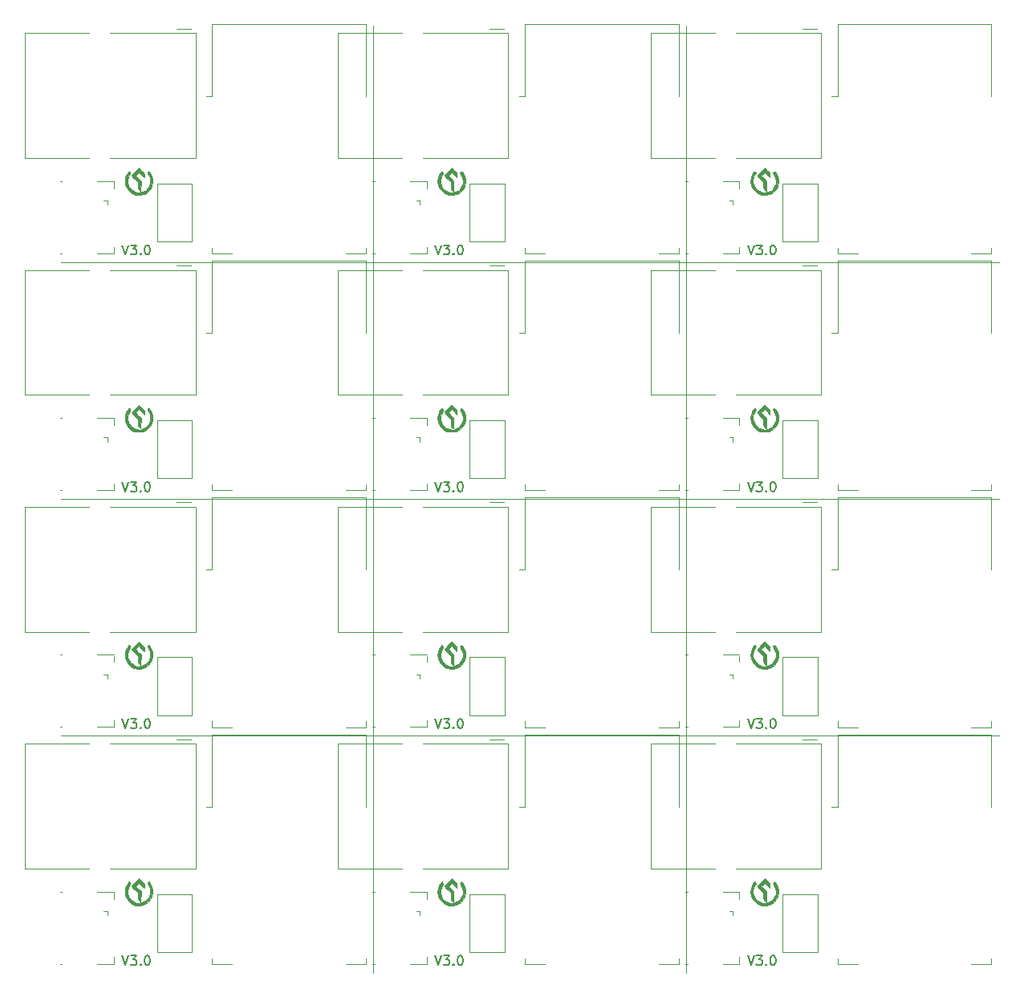
<source format=gbr>
%TF.GenerationSoftware,KiCad,Pcbnew,(5.1.9)-1*%
%TF.CreationDate,2021-08-15T14:18:07+02:00*%
%TF.ProjectId,IM350_AM550_5V_V3.0_multi,494d3335-305f-4414-9d35-35305f35565f,rev?*%
%TF.SameCoordinates,Original*%
%TF.FileFunction,Legend,Top*%
%TF.FilePolarity,Positive*%
%FSLAX46Y46*%
G04 Gerber Fmt 4.6, Leading zero omitted, Abs format (unit mm)*
G04 Created by KiCad (PCBNEW (5.1.9)-1) date 2021-08-15 14:18:07*
%MOMM*%
%LPD*%
G01*
G04 APERTURE LIST*
%ADD10C,0.120000*%
%ADD11C,0.150000*%
%ADD12C,0.010000*%
%ADD13C,0.100000*%
G04 APERTURE END LIST*
D10*
X115000000Y-45250000D02*
X115000000Y-145250000D01*
X82000000Y-45250000D02*
X82000000Y-145250000D01*
X49000000Y-120250000D02*
X148000000Y-120250000D01*
X49000000Y-95250000D02*
X148000000Y-95250000D01*
X49000000Y-70250000D02*
X148000000Y-70250000D01*
D11*
X55476190Y-143452380D02*
X55809523Y-144452380D01*
X56142857Y-143452380D01*
X56380952Y-143452380D02*
X57000000Y-143452380D01*
X56666666Y-143833333D01*
X56809523Y-143833333D01*
X56904761Y-143880952D01*
X56952380Y-143928571D01*
X57000000Y-144023809D01*
X57000000Y-144261904D01*
X56952380Y-144357142D01*
X56904761Y-144404761D01*
X56809523Y-144452380D01*
X56523809Y-144452380D01*
X56428571Y-144404761D01*
X56380952Y-144357142D01*
X57428571Y-144357142D02*
X57476190Y-144404761D01*
X57428571Y-144452380D01*
X57380952Y-144404761D01*
X57428571Y-144357142D01*
X57428571Y-144452380D01*
X58095238Y-143452380D02*
X58190476Y-143452380D01*
X58285714Y-143500000D01*
X58333333Y-143547619D01*
X58380952Y-143642857D01*
X58428571Y-143833333D01*
X58428571Y-144071428D01*
X58380952Y-144261904D01*
X58333333Y-144357142D01*
X58285714Y-144404761D01*
X58190476Y-144452380D01*
X58095238Y-144452380D01*
X58000000Y-144404761D01*
X57952380Y-144357142D01*
X57904761Y-144261904D01*
X57857142Y-144071428D01*
X57857142Y-143833333D01*
X57904761Y-143642857D01*
X57952380Y-143547619D01*
X58000000Y-143500000D01*
X58095238Y-143452380D01*
X88476190Y-143452380D02*
X88809523Y-144452380D01*
X89142857Y-143452380D01*
X89380952Y-143452380D02*
X90000000Y-143452380D01*
X89666666Y-143833333D01*
X89809523Y-143833333D01*
X89904761Y-143880952D01*
X89952380Y-143928571D01*
X90000000Y-144023809D01*
X90000000Y-144261904D01*
X89952380Y-144357142D01*
X89904761Y-144404761D01*
X89809523Y-144452380D01*
X89523809Y-144452380D01*
X89428571Y-144404761D01*
X89380952Y-144357142D01*
X90428571Y-144357142D02*
X90476190Y-144404761D01*
X90428571Y-144452380D01*
X90380952Y-144404761D01*
X90428571Y-144357142D01*
X90428571Y-144452380D01*
X91095238Y-143452380D02*
X91190476Y-143452380D01*
X91285714Y-143500000D01*
X91333333Y-143547619D01*
X91380952Y-143642857D01*
X91428571Y-143833333D01*
X91428571Y-144071428D01*
X91380952Y-144261904D01*
X91333333Y-144357142D01*
X91285714Y-144404761D01*
X91190476Y-144452380D01*
X91095238Y-144452380D01*
X91000000Y-144404761D01*
X90952380Y-144357142D01*
X90904761Y-144261904D01*
X90857142Y-144071428D01*
X90857142Y-143833333D01*
X90904761Y-143642857D01*
X90952380Y-143547619D01*
X91000000Y-143500000D01*
X91095238Y-143452380D01*
X121476190Y-143452380D02*
X121809523Y-144452380D01*
X122142857Y-143452380D01*
X122380952Y-143452380D02*
X123000000Y-143452380D01*
X122666666Y-143833333D01*
X122809523Y-143833333D01*
X122904761Y-143880952D01*
X122952380Y-143928571D01*
X123000000Y-144023809D01*
X123000000Y-144261904D01*
X122952380Y-144357142D01*
X122904761Y-144404761D01*
X122809523Y-144452380D01*
X122523809Y-144452380D01*
X122428571Y-144404761D01*
X122380952Y-144357142D01*
X123428571Y-144357142D02*
X123476190Y-144404761D01*
X123428571Y-144452380D01*
X123380952Y-144404761D01*
X123428571Y-144357142D01*
X123428571Y-144452380D01*
X124095238Y-143452380D02*
X124190476Y-143452380D01*
X124285714Y-143500000D01*
X124333333Y-143547619D01*
X124380952Y-143642857D01*
X124428571Y-143833333D01*
X124428571Y-144071428D01*
X124380952Y-144261904D01*
X124333333Y-144357142D01*
X124285714Y-144404761D01*
X124190476Y-144452380D01*
X124095238Y-144452380D01*
X124000000Y-144404761D01*
X123952380Y-144357142D01*
X123904761Y-144261904D01*
X123857142Y-144071428D01*
X123857142Y-143833333D01*
X123904761Y-143642857D01*
X123952380Y-143547619D01*
X124000000Y-143500000D01*
X124095238Y-143452380D01*
X88476190Y-118452380D02*
X88809523Y-119452380D01*
X89142857Y-118452380D01*
X89380952Y-118452380D02*
X90000000Y-118452380D01*
X89666666Y-118833333D01*
X89809523Y-118833333D01*
X89904761Y-118880952D01*
X89952380Y-118928571D01*
X90000000Y-119023809D01*
X90000000Y-119261904D01*
X89952380Y-119357142D01*
X89904761Y-119404761D01*
X89809523Y-119452380D01*
X89523809Y-119452380D01*
X89428571Y-119404761D01*
X89380952Y-119357142D01*
X90428571Y-119357142D02*
X90476190Y-119404761D01*
X90428571Y-119452380D01*
X90380952Y-119404761D01*
X90428571Y-119357142D01*
X90428571Y-119452380D01*
X91095238Y-118452380D02*
X91190476Y-118452380D01*
X91285714Y-118500000D01*
X91333333Y-118547619D01*
X91380952Y-118642857D01*
X91428571Y-118833333D01*
X91428571Y-119071428D01*
X91380952Y-119261904D01*
X91333333Y-119357142D01*
X91285714Y-119404761D01*
X91190476Y-119452380D01*
X91095238Y-119452380D01*
X91000000Y-119404761D01*
X90952380Y-119357142D01*
X90904761Y-119261904D01*
X90857142Y-119071428D01*
X90857142Y-118833333D01*
X90904761Y-118642857D01*
X90952380Y-118547619D01*
X91000000Y-118500000D01*
X91095238Y-118452380D01*
X121476190Y-118452380D02*
X121809523Y-119452380D01*
X122142857Y-118452380D01*
X122380952Y-118452380D02*
X123000000Y-118452380D01*
X122666666Y-118833333D01*
X122809523Y-118833333D01*
X122904761Y-118880952D01*
X122952380Y-118928571D01*
X123000000Y-119023809D01*
X123000000Y-119261904D01*
X122952380Y-119357142D01*
X122904761Y-119404761D01*
X122809523Y-119452380D01*
X122523809Y-119452380D01*
X122428571Y-119404761D01*
X122380952Y-119357142D01*
X123428571Y-119357142D02*
X123476190Y-119404761D01*
X123428571Y-119452380D01*
X123380952Y-119404761D01*
X123428571Y-119357142D01*
X123428571Y-119452380D01*
X124095238Y-118452380D02*
X124190476Y-118452380D01*
X124285714Y-118500000D01*
X124333333Y-118547619D01*
X124380952Y-118642857D01*
X124428571Y-118833333D01*
X124428571Y-119071428D01*
X124380952Y-119261904D01*
X124333333Y-119357142D01*
X124285714Y-119404761D01*
X124190476Y-119452380D01*
X124095238Y-119452380D01*
X124000000Y-119404761D01*
X123952380Y-119357142D01*
X123904761Y-119261904D01*
X123857142Y-119071428D01*
X123857142Y-118833333D01*
X123904761Y-118642857D01*
X123952380Y-118547619D01*
X124000000Y-118500000D01*
X124095238Y-118452380D01*
X55476190Y-118452380D02*
X55809523Y-119452380D01*
X56142857Y-118452380D01*
X56380952Y-118452380D02*
X57000000Y-118452380D01*
X56666666Y-118833333D01*
X56809523Y-118833333D01*
X56904761Y-118880952D01*
X56952380Y-118928571D01*
X57000000Y-119023809D01*
X57000000Y-119261904D01*
X56952380Y-119357142D01*
X56904761Y-119404761D01*
X56809523Y-119452380D01*
X56523809Y-119452380D01*
X56428571Y-119404761D01*
X56380952Y-119357142D01*
X57428571Y-119357142D02*
X57476190Y-119404761D01*
X57428571Y-119452380D01*
X57380952Y-119404761D01*
X57428571Y-119357142D01*
X57428571Y-119452380D01*
X58095238Y-118452380D02*
X58190476Y-118452380D01*
X58285714Y-118500000D01*
X58333333Y-118547619D01*
X58380952Y-118642857D01*
X58428571Y-118833333D01*
X58428571Y-119071428D01*
X58380952Y-119261904D01*
X58333333Y-119357142D01*
X58285714Y-119404761D01*
X58190476Y-119452380D01*
X58095238Y-119452380D01*
X58000000Y-119404761D01*
X57952380Y-119357142D01*
X57904761Y-119261904D01*
X57857142Y-119071428D01*
X57857142Y-118833333D01*
X57904761Y-118642857D01*
X57952380Y-118547619D01*
X58000000Y-118500000D01*
X58095238Y-118452380D01*
X121476190Y-93452380D02*
X121809523Y-94452380D01*
X122142857Y-93452380D01*
X122380952Y-93452380D02*
X123000000Y-93452380D01*
X122666666Y-93833333D01*
X122809523Y-93833333D01*
X122904761Y-93880952D01*
X122952380Y-93928571D01*
X123000000Y-94023809D01*
X123000000Y-94261904D01*
X122952380Y-94357142D01*
X122904761Y-94404761D01*
X122809523Y-94452380D01*
X122523809Y-94452380D01*
X122428571Y-94404761D01*
X122380952Y-94357142D01*
X123428571Y-94357142D02*
X123476190Y-94404761D01*
X123428571Y-94452380D01*
X123380952Y-94404761D01*
X123428571Y-94357142D01*
X123428571Y-94452380D01*
X124095238Y-93452380D02*
X124190476Y-93452380D01*
X124285714Y-93500000D01*
X124333333Y-93547619D01*
X124380952Y-93642857D01*
X124428571Y-93833333D01*
X124428571Y-94071428D01*
X124380952Y-94261904D01*
X124333333Y-94357142D01*
X124285714Y-94404761D01*
X124190476Y-94452380D01*
X124095238Y-94452380D01*
X124000000Y-94404761D01*
X123952380Y-94357142D01*
X123904761Y-94261904D01*
X123857142Y-94071428D01*
X123857142Y-93833333D01*
X123904761Y-93642857D01*
X123952380Y-93547619D01*
X124000000Y-93500000D01*
X124095238Y-93452380D01*
X88476190Y-93452380D02*
X88809523Y-94452380D01*
X89142857Y-93452380D01*
X89380952Y-93452380D02*
X90000000Y-93452380D01*
X89666666Y-93833333D01*
X89809523Y-93833333D01*
X89904761Y-93880952D01*
X89952380Y-93928571D01*
X90000000Y-94023809D01*
X90000000Y-94261904D01*
X89952380Y-94357142D01*
X89904761Y-94404761D01*
X89809523Y-94452380D01*
X89523809Y-94452380D01*
X89428571Y-94404761D01*
X89380952Y-94357142D01*
X90428571Y-94357142D02*
X90476190Y-94404761D01*
X90428571Y-94452380D01*
X90380952Y-94404761D01*
X90428571Y-94357142D01*
X90428571Y-94452380D01*
X91095238Y-93452380D02*
X91190476Y-93452380D01*
X91285714Y-93500000D01*
X91333333Y-93547619D01*
X91380952Y-93642857D01*
X91428571Y-93833333D01*
X91428571Y-94071428D01*
X91380952Y-94261904D01*
X91333333Y-94357142D01*
X91285714Y-94404761D01*
X91190476Y-94452380D01*
X91095238Y-94452380D01*
X91000000Y-94404761D01*
X90952380Y-94357142D01*
X90904761Y-94261904D01*
X90857142Y-94071428D01*
X90857142Y-93833333D01*
X90904761Y-93642857D01*
X90952380Y-93547619D01*
X91000000Y-93500000D01*
X91095238Y-93452380D01*
X55476190Y-93452380D02*
X55809523Y-94452380D01*
X56142857Y-93452380D01*
X56380952Y-93452380D02*
X57000000Y-93452380D01*
X56666666Y-93833333D01*
X56809523Y-93833333D01*
X56904761Y-93880952D01*
X56952380Y-93928571D01*
X57000000Y-94023809D01*
X57000000Y-94261904D01*
X56952380Y-94357142D01*
X56904761Y-94404761D01*
X56809523Y-94452380D01*
X56523809Y-94452380D01*
X56428571Y-94404761D01*
X56380952Y-94357142D01*
X57428571Y-94357142D02*
X57476190Y-94404761D01*
X57428571Y-94452380D01*
X57380952Y-94404761D01*
X57428571Y-94357142D01*
X57428571Y-94452380D01*
X58095238Y-93452380D02*
X58190476Y-93452380D01*
X58285714Y-93500000D01*
X58333333Y-93547619D01*
X58380952Y-93642857D01*
X58428571Y-93833333D01*
X58428571Y-94071428D01*
X58380952Y-94261904D01*
X58333333Y-94357142D01*
X58285714Y-94404761D01*
X58190476Y-94452380D01*
X58095238Y-94452380D01*
X58000000Y-94404761D01*
X57952380Y-94357142D01*
X57904761Y-94261904D01*
X57857142Y-94071428D01*
X57857142Y-93833333D01*
X57904761Y-93642857D01*
X57952380Y-93547619D01*
X58000000Y-93500000D01*
X58095238Y-93452380D01*
X121476190Y-68452380D02*
X121809523Y-69452380D01*
X122142857Y-68452380D01*
X122380952Y-68452380D02*
X123000000Y-68452380D01*
X122666666Y-68833333D01*
X122809523Y-68833333D01*
X122904761Y-68880952D01*
X122952380Y-68928571D01*
X123000000Y-69023809D01*
X123000000Y-69261904D01*
X122952380Y-69357142D01*
X122904761Y-69404761D01*
X122809523Y-69452380D01*
X122523809Y-69452380D01*
X122428571Y-69404761D01*
X122380952Y-69357142D01*
X123428571Y-69357142D02*
X123476190Y-69404761D01*
X123428571Y-69452380D01*
X123380952Y-69404761D01*
X123428571Y-69357142D01*
X123428571Y-69452380D01*
X124095238Y-68452380D02*
X124190476Y-68452380D01*
X124285714Y-68500000D01*
X124333333Y-68547619D01*
X124380952Y-68642857D01*
X124428571Y-68833333D01*
X124428571Y-69071428D01*
X124380952Y-69261904D01*
X124333333Y-69357142D01*
X124285714Y-69404761D01*
X124190476Y-69452380D01*
X124095238Y-69452380D01*
X124000000Y-69404761D01*
X123952380Y-69357142D01*
X123904761Y-69261904D01*
X123857142Y-69071428D01*
X123857142Y-68833333D01*
X123904761Y-68642857D01*
X123952380Y-68547619D01*
X124000000Y-68500000D01*
X124095238Y-68452380D01*
X88476190Y-68452380D02*
X88809523Y-69452380D01*
X89142857Y-68452380D01*
X89380952Y-68452380D02*
X90000000Y-68452380D01*
X89666666Y-68833333D01*
X89809523Y-68833333D01*
X89904761Y-68880952D01*
X89952380Y-68928571D01*
X90000000Y-69023809D01*
X90000000Y-69261904D01*
X89952380Y-69357142D01*
X89904761Y-69404761D01*
X89809523Y-69452380D01*
X89523809Y-69452380D01*
X89428571Y-69404761D01*
X89380952Y-69357142D01*
X90428571Y-69357142D02*
X90476190Y-69404761D01*
X90428571Y-69452380D01*
X90380952Y-69404761D01*
X90428571Y-69357142D01*
X90428571Y-69452380D01*
X91095238Y-68452380D02*
X91190476Y-68452380D01*
X91285714Y-68500000D01*
X91333333Y-68547619D01*
X91380952Y-68642857D01*
X91428571Y-68833333D01*
X91428571Y-69071428D01*
X91380952Y-69261904D01*
X91333333Y-69357142D01*
X91285714Y-69404761D01*
X91190476Y-69452380D01*
X91095238Y-69452380D01*
X91000000Y-69404761D01*
X90952380Y-69357142D01*
X90904761Y-69261904D01*
X90857142Y-69071428D01*
X90857142Y-68833333D01*
X90904761Y-68642857D01*
X90952380Y-68547619D01*
X91000000Y-68500000D01*
X91095238Y-68452380D01*
X55476190Y-68452380D02*
X55809523Y-69452380D01*
X56142857Y-68452380D01*
X56380952Y-68452380D02*
X57000000Y-68452380D01*
X56666666Y-68833333D01*
X56809523Y-68833333D01*
X56904761Y-68880952D01*
X56952380Y-68928571D01*
X57000000Y-69023809D01*
X57000000Y-69261904D01*
X56952380Y-69357142D01*
X56904761Y-69404761D01*
X56809523Y-69452380D01*
X56523809Y-69452380D01*
X56428571Y-69404761D01*
X56380952Y-69357142D01*
X57428571Y-69357142D02*
X57476190Y-69404761D01*
X57428571Y-69452380D01*
X57380952Y-69404761D01*
X57428571Y-69357142D01*
X57428571Y-69452380D01*
X58095238Y-68452380D02*
X58190476Y-68452380D01*
X58285714Y-68500000D01*
X58333333Y-68547619D01*
X58380952Y-68642857D01*
X58428571Y-68833333D01*
X58428571Y-69071428D01*
X58380952Y-69261904D01*
X58333333Y-69357142D01*
X58285714Y-69404761D01*
X58190476Y-69452380D01*
X58095238Y-69452380D01*
X58000000Y-69404761D01*
X57952380Y-69357142D01*
X57904761Y-69261904D01*
X57857142Y-69071428D01*
X57857142Y-68833333D01*
X57904761Y-68642857D01*
X57952380Y-68547619D01*
X58000000Y-68500000D01*
X58095238Y-68452380D01*
D10*
%TO.C,U2*%
X64955000Y-127725000D02*
X64345000Y-127725000D01*
X64955000Y-127725000D02*
X64955000Y-120105000D01*
X64955000Y-144345000D02*
X64955000Y-143725000D01*
X67075000Y-144345000D02*
X64955000Y-144345000D01*
X81195000Y-144345000D02*
X79075000Y-144345000D01*
X81195000Y-143725000D02*
X81195000Y-144345000D01*
X81195000Y-120105000D02*
X81195000Y-127725000D01*
X64955000Y-120105000D02*
X81195000Y-120105000D01*
%TO.C,J1*%
X54600000Y-136800000D02*
X54600000Y-137460000D01*
X52870000Y-136690000D02*
X54600000Y-136690000D01*
X48910000Y-144310000D02*
X49120000Y-144310000D01*
X48910000Y-136690000D02*
X49120000Y-136690000D01*
X52870000Y-144310000D02*
X54600000Y-144310000D01*
X54600000Y-144275000D02*
X54600000Y-143625000D01*
X53910000Y-138740000D02*
X53910000Y-139190000D01*
X53910000Y-138740000D02*
X53520000Y-138740000D01*
D12*
%TO.C,G1*%
G36*
X56285721Y-135709435D02*
G01*
X56287866Y-135711375D01*
X56354817Y-135786657D01*
X56345708Y-135853819D01*
X56309374Y-135907520D01*
X56127523Y-136227944D01*
X56042344Y-136557789D01*
X56053128Y-136885435D01*
X56159165Y-137199266D01*
X56359746Y-137487661D01*
X56408987Y-137539121D01*
X56696721Y-137765232D01*
X57000936Y-137893030D01*
X57312476Y-137922517D01*
X57622184Y-137853691D01*
X57920903Y-137686554D01*
X58091012Y-137539121D01*
X58309653Y-137256935D01*
X58433887Y-136947085D01*
X58463004Y-136621188D01*
X58396294Y-136290865D01*
X58233048Y-135967732D01*
X58190625Y-135907520D01*
X58141303Y-135822038D01*
X58164827Y-135757739D01*
X58212133Y-135711375D01*
X58271211Y-135665269D01*
X58318578Y-135666078D01*
X58375623Y-135726835D01*
X58463740Y-135860574D01*
X58467989Y-135867273D01*
X58628882Y-136177772D01*
X58706368Y-136485697D01*
X58710214Y-136827694D01*
X58631906Y-137196720D01*
X58464004Y-137528877D01*
X58215857Y-137810382D01*
X57896814Y-138027448D01*
X57896350Y-138027686D01*
X57671101Y-138106666D01*
X57394920Y-138151299D01*
X57109849Y-138158785D01*
X56857932Y-138126330D01*
X56777457Y-138102133D01*
X56432359Y-137924160D01*
X56150483Y-137677474D01*
X55941445Y-137375345D01*
X55814859Y-137031041D01*
X55779313Y-136724600D01*
X55803461Y-136410499D01*
X55889957Y-136129218D01*
X56032626Y-135866300D01*
X56122138Y-135729885D01*
X56179846Y-135666955D01*
X56227219Y-135664482D01*
X56285721Y-135709435D01*
G37*
X56285721Y-135709435D02*
X56287866Y-135711375D01*
X56354817Y-135786657D01*
X56345708Y-135853819D01*
X56309374Y-135907520D01*
X56127523Y-136227944D01*
X56042344Y-136557789D01*
X56053128Y-136885435D01*
X56159165Y-137199266D01*
X56359746Y-137487661D01*
X56408987Y-137539121D01*
X56696721Y-137765232D01*
X57000936Y-137893030D01*
X57312476Y-137922517D01*
X57622184Y-137853691D01*
X57920903Y-137686554D01*
X58091012Y-137539121D01*
X58309653Y-137256935D01*
X58433887Y-136947085D01*
X58463004Y-136621188D01*
X58396294Y-136290865D01*
X58233048Y-135967732D01*
X58190625Y-135907520D01*
X58141303Y-135822038D01*
X58164827Y-135757739D01*
X58212133Y-135711375D01*
X58271211Y-135665269D01*
X58318578Y-135666078D01*
X58375623Y-135726835D01*
X58463740Y-135860574D01*
X58467989Y-135867273D01*
X58628882Y-136177772D01*
X58706368Y-136485697D01*
X58710214Y-136827694D01*
X58631906Y-137196720D01*
X58464004Y-137528877D01*
X58215857Y-137810382D01*
X57896814Y-138027448D01*
X57896350Y-138027686D01*
X57671101Y-138106666D01*
X57394920Y-138151299D01*
X57109849Y-138158785D01*
X56857932Y-138126330D01*
X56777457Y-138102133D01*
X56432359Y-137924160D01*
X56150483Y-137677474D01*
X55941445Y-137375345D01*
X55814859Y-137031041D01*
X55779313Y-136724600D01*
X55803461Y-136410499D01*
X55889957Y-136129218D01*
X56032626Y-135866300D01*
X56122138Y-135729885D01*
X56179846Y-135666955D01*
X56227219Y-135664482D01*
X56285721Y-135709435D01*
G36*
X57529165Y-135581368D02*
G01*
X57672541Y-135728132D01*
X57756383Y-135835007D01*
X57796412Y-135930367D01*
X57808347Y-136042588D01*
X57808800Y-136086129D01*
X57808800Y-136314729D01*
X57529910Y-136039304D01*
X57251021Y-135763879D01*
X56893125Y-136110765D01*
X57174914Y-136395526D01*
X57456704Y-136680287D01*
X57427800Y-137823827D01*
X57288100Y-137677833D01*
X57212902Y-137588234D01*
X57170737Y-137495446D01*
X57152329Y-137366256D01*
X57148400Y-137177552D01*
X57148400Y-136823264D01*
X56818200Y-136496000D01*
X56672691Y-136346271D01*
X56559914Y-136219731D01*
X56496276Y-136135298D01*
X56488000Y-136115196D01*
X56522075Y-136059273D01*
X56614170Y-135950142D01*
X56749088Y-135805036D01*
X56868765Y-135683432D01*
X57249531Y-135305209D01*
X57529165Y-135581368D01*
G37*
X57529165Y-135581368D02*
X57672541Y-135728132D01*
X57756383Y-135835007D01*
X57796412Y-135930367D01*
X57808347Y-136042588D01*
X57808800Y-136086129D01*
X57808800Y-136314729D01*
X57529910Y-136039304D01*
X57251021Y-135763879D01*
X56893125Y-136110765D01*
X57174914Y-136395526D01*
X57456704Y-136680287D01*
X57427800Y-137823827D01*
X57288100Y-137677833D01*
X57212902Y-137588234D01*
X57170737Y-137495446D01*
X57152329Y-137366256D01*
X57148400Y-137177552D01*
X57148400Y-136823264D01*
X56818200Y-136496000D01*
X56672691Y-136346271D01*
X56559914Y-136219731D01*
X56496276Y-136135298D01*
X56488000Y-136115196D01*
X56522075Y-136059273D01*
X56614170Y-135950142D01*
X56749088Y-135805036D01*
X56868765Y-135683432D01*
X57249531Y-135305209D01*
X57529165Y-135581368D01*
D10*
%TO.C,SW2*%
X95850000Y-143060000D02*
X92150000Y-143060000D01*
X95850000Y-136940000D02*
X95850000Y-143060000D01*
X92150000Y-136940000D02*
X95850000Y-136940000D01*
X92150000Y-143060000D02*
X92150000Y-136940000D01*
%TO.C,J2*%
X127230000Y-120600000D02*
X128760000Y-120600000D01*
X120210000Y-121070000D02*
X129230000Y-121070000D01*
D13*
X120280000Y-121070000D02*
X120210000Y-121070000D01*
D10*
X111230000Y-121070000D02*
X118010000Y-121070000D01*
X111230000Y-134270000D02*
X111230000Y-121070000D01*
D13*
X111240000Y-134270000D02*
X111230000Y-134270000D01*
D10*
X111230000Y-134270000D02*
X118010000Y-134270000D01*
D13*
X111350000Y-134270000D02*
X111230000Y-134270000D01*
D10*
X129230000Y-134270000D02*
X120210000Y-134270000D01*
X129230000Y-121070000D02*
X129230000Y-134270000D01*
%TO.C,SW2*%
X125150000Y-143060000D02*
X125150000Y-136940000D01*
X125150000Y-136940000D02*
X128850000Y-136940000D01*
X128850000Y-136940000D02*
X128850000Y-143060000D01*
X128850000Y-143060000D02*
X125150000Y-143060000D01*
%TO.C,J2*%
X61230000Y-120600000D02*
X62760000Y-120600000D01*
X54210000Y-121070000D02*
X63230000Y-121070000D01*
D13*
X54280000Y-121070000D02*
X54210000Y-121070000D01*
D10*
X45230000Y-121070000D02*
X52010000Y-121070000D01*
X45230000Y-134270000D02*
X45230000Y-121070000D01*
D13*
X45240000Y-134270000D02*
X45230000Y-134270000D01*
D10*
X45230000Y-134270000D02*
X52010000Y-134270000D01*
D13*
X45350000Y-134270000D02*
X45230000Y-134270000D01*
D10*
X63230000Y-134270000D02*
X54210000Y-134270000D01*
X63230000Y-121070000D02*
X63230000Y-134270000D01*
%TO.C,SW2*%
X59150000Y-143060000D02*
X59150000Y-136940000D01*
X59150000Y-136940000D02*
X62850000Y-136940000D01*
X62850000Y-136940000D02*
X62850000Y-143060000D01*
X62850000Y-143060000D02*
X59150000Y-143060000D01*
%TO.C,U2*%
X97955000Y-120105000D02*
X114195000Y-120105000D01*
X114195000Y-120105000D02*
X114195000Y-127725000D01*
X114195000Y-143725000D02*
X114195000Y-144345000D01*
X114195000Y-144345000D02*
X112075000Y-144345000D01*
X100075000Y-144345000D02*
X97955000Y-144345000D01*
X97955000Y-144345000D02*
X97955000Y-143725000D01*
X97955000Y-127725000D02*
X97955000Y-120105000D01*
X97955000Y-127725000D02*
X97345000Y-127725000D01*
X130955000Y-127725000D02*
X130345000Y-127725000D01*
X130955000Y-127725000D02*
X130955000Y-120105000D01*
X130955000Y-144345000D02*
X130955000Y-143725000D01*
X133075000Y-144345000D02*
X130955000Y-144345000D01*
X147195000Y-144345000D02*
X145075000Y-144345000D01*
X147195000Y-143725000D02*
X147195000Y-144345000D01*
X147195000Y-120105000D02*
X147195000Y-127725000D01*
X130955000Y-120105000D02*
X147195000Y-120105000D01*
D12*
%TO.C,G1*%
G36*
X122285721Y-135709435D02*
G01*
X122287866Y-135711375D01*
X122354817Y-135786657D01*
X122345708Y-135853819D01*
X122309374Y-135907520D01*
X122127523Y-136227944D01*
X122042344Y-136557789D01*
X122053128Y-136885435D01*
X122159165Y-137199266D01*
X122359746Y-137487661D01*
X122408987Y-137539121D01*
X122696721Y-137765232D01*
X123000936Y-137893030D01*
X123312476Y-137922517D01*
X123622184Y-137853691D01*
X123920903Y-137686554D01*
X124091012Y-137539121D01*
X124309653Y-137256935D01*
X124433887Y-136947085D01*
X124463004Y-136621188D01*
X124396294Y-136290865D01*
X124233048Y-135967732D01*
X124190625Y-135907520D01*
X124141303Y-135822038D01*
X124164827Y-135757739D01*
X124212133Y-135711375D01*
X124271211Y-135665269D01*
X124318578Y-135666078D01*
X124375623Y-135726835D01*
X124463740Y-135860574D01*
X124467989Y-135867273D01*
X124628882Y-136177772D01*
X124706368Y-136485697D01*
X124710214Y-136827694D01*
X124631906Y-137196720D01*
X124464004Y-137528877D01*
X124215857Y-137810382D01*
X123896814Y-138027448D01*
X123896350Y-138027686D01*
X123671101Y-138106666D01*
X123394920Y-138151299D01*
X123109849Y-138158785D01*
X122857932Y-138126330D01*
X122777457Y-138102133D01*
X122432359Y-137924160D01*
X122150483Y-137677474D01*
X121941445Y-137375345D01*
X121814859Y-137031041D01*
X121779313Y-136724600D01*
X121803461Y-136410499D01*
X121889957Y-136129218D01*
X122032626Y-135866300D01*
X122122138Y-135729885D01*
X122179846Y-135666955D01*
X122227219Y-135664482D01*
X122285721Y-135709435D01*
G37*
X122285721Y-135709435D02*
X122287866Y-135711375D01*
X122354817Y-135786657D01*
X122345708Y-135853819D01*
X122309374Y-135907520D01*
X122127523Y-136227944D01*
X122042344Y-136557789D01*
X122053128Y-136885435D01*
X122159165Y-137199266D01*
X122359746Y-137487661D01*
X122408987Y-137539121D01*
X122696721Y-137765232D01*
X123000936Y-137893030D01*
X123312476Y-137922517D01*
X123622184Y-137853691D01*
X123920903Y-137686554D01*
X124091012Y-137539121D01*
X124309653Y-137256935D01*
X124433887Y-136947085D01*
X124463004Y-136621188D01*
X124396294Y-136290865D01*
X124233048Y-135967732D01*
X124190625Y-135907520D01*
X124141303Y-135822038D01*
X124164827Y-135757739D01*
X124212133Y-135711375D01*
X124271211Y-135665269D01*
X124318578Y-135666078D01*
X124375623Y-135726835D01*
X124463740Y-135860574D01*
X124467989Y-135867273D01*
X124628882Y-136177772D01*
X124706368Y-136485697D01*
X124710214Y-136827694D01*
X124631906Y-137196720D01*
X124464004Y-137528877D01*
X124215857Y-137810382D01*
X123896814Y-138027448D01*
X123896350Y-138027686D01*
X123671101Y-138106666D01*
X123394920Y-138151299D01*
X123109849Y-138158785D01*
X122857932Y-138126330D01*
X122777457Y-138102133D01*
X122432359Y-137924160D01*
X122150483Y-137677474D01*
X121941445Y-137375345D01*
X121814859Y-137031041D01*
X121779313Y-136724600D01*
X121803461Y-136410499D01*
X121889957Y-136129218D01*
X122032626Y-135866300D01*
X122122138Y-135729885D01*
X122179846Y-135666955D01*
X122227219Y-135664482D01*
X122285721Y-135709435D01*
G36*
X123529165Y-135581368D02*
G01*
X123672541Y-135728132D01*
X123756383Y-135835007D01*
X123796412Y-135930367D01*
X123808347Y-136042588D01*
X123808800Y-136086129D01*
X123808800Y-136314729D01*
X123529910Y-136039304D01*
X123251021Y-135763879D01*
X122893125Y-136110765D01*
X123174914Y-136395526D01*
X123456704Y-136680287D01*
X123427800Y-137823827D01*
X123288100Y-137677833D01*
X123212902Y-137588234D01*
X123170737Y-137495446D01*
X123152329Y-137366256D01*
X123148400Y-137177552D01*
X123148400Y-136823264D01*
X122818200Y-136496000D01*
X122672691Y-136346271D01*
X122559914Y-136219731D01*
X122496276Y-136135298D01*
X122488000Y-136115196D01*
X122522075Y-136059273D01*
X122614170Y-135950142D01*
X122749088Y-135805036D01*
X122868765Y-135683432D01*
X123249531Y-135305209D01*
X123529165Y-135581368D01*
G37*
X123529165Y-135581368D02*
X123672541Y-135728132D01*
X123756383Y-135835007D01*
X123796412Y-135930367D01*
X123808347Y-136042588D01*
X123808800Y-136086129D01*
X123808800Y-136314729D01*
X123529910Y-136039304D01*
X123251021Y-135763879D01*
X122893125Y-136110765D01*
X123174914Y-136395526D01*
X123456704Y-136680287D01*
X123427800Y-137823827D01*
X123288100Y-137677833D01*
X123212902Y-137588234D01*
X123170737Y-137495446D01*
X123152329Y-137366256D01*
X123148400Y-137177552D01*
X123148400Y-136823264D01*
X122818200Y-136496000D01*
X122672691Y-136346271D01*
X122559914Y-136219731D01*
X122496276Y-136135298D01*
X122488000Y-136115196D01*
X122522075Y-136059273D01*
X122614170Y-135950142D01*
X122749088Y-135805036D01*
X122868765Y-135683432D01*
X123249531Y-135305209D01*
X123529165Y-135581368D01*
D10*
%TO.C,J2*%
X96230000Y-121070000D02*
X96230000Y-134270000D01*
X96230000Y-134270000D02*
X87210000Y-134270000D01*
D13*
X78350000Y-134270000D02*
X78230000Y-134270000D01*
D10*
X78230000Y-134270000D02*
X85010000Y-134270000D01*
D13*
X78240000Y-134270000D02*
X78230000Y-134270000D01*
D10*
X78230000Y-134270000D02*
X78230000Y-121070000D01*
X78230000Y-121070000D02*
X85010000Y-121070000D01*
D13*
X87280000Y-121070000D02*
X87210000Y-121070000D01*
D10*
X87210000Y-121070000D02*
X96230000Y-121070000D01*
X94230000Y-120600000D02*
X95760000Y-120600000D01*
%TO.C,J1*%
X86910000Y-138740000D02*
X86520000Y-138740000D01*
X86910000Y-138740000D02*
X86910000Y-139190000D01*
X87600000Y-144275000D02*
X87600000Y-143625000D01*
X85870000Y-144310000D02*
X87600000Y-144310000D01*
X81910000Y-136690000D02*
X82120000Y-136690000D01*
X81910000Y-144310000D02*
X82120000Y-144310000D01*
X85870000Y-136690000D02*
X87600000Y-136690000D01*
X87600000Y-136800000D02*
X87600000Y-137460000D01*
X120600000Y-136800000D02*
X120600000Y-137460000D01*
X118870000Y-136690000D02*
X120600000Y-136690000D01*
X114910000Y-144310000D02*
X115120000Y-144310000D01*
X114910000Y-136690000D02*
X115120000Y-136690000D01*
X118870000Y-144310000D02*
X120600000Y-144310000D01*
X120600000Y-144275000D02*
X120600000Y-143625000D01*
X119910000Y-138740000D02*
X119910000Y-139190000D01*
X119910000Y-138740000D02*
X119520000Y-138740000D01*
D12*
%TO.C,G1*%
G36*
X90529165Y-135581368D02*
G01*
X90672541Y-135728132D01*
X90756383Y-135835007D01*
X90796412Y-135930367D01*
X90808347Y-136042588D01*
X90808800Y-136086129D01*
X90808800Y-136314729D01*
X90529910Y-136039304D01*
X90251021Y-135763879D01*
X89893125Y-136110765D01*
X90174914Y-136395526D01*
X90456704Y-136680287D01*
X90427800Y-137823827D01*
X90288100Y-137677833D01*
X90212902Y-137588234D01*
X90170737Y-137495446D01*
X90152329Y-137366256D01*
X90148400Y-137177552D01*
X90148400Y-136823264D01*
X89818200Y-136496000D01*
X89672691Y-136346271D01*
X89559914Y-136219731D01*
X89496276Y-136135298D01*
X89488000Y-136115196D01*
X89522075Y-136059273D01*
X89614170Y-135950142D01*
X89749088Y-135805036D01*
X89868765Y-135683432D01*
X90249531Y-135305209D01*
X90529165Y-135581368D01*
G37*
X90529165Y-135581368D02*
X90672541Y-135728132D01*
X90756383Y-135835007D01*
X90796412Y-135930367D01*
X90808347Y-136042588D01*
X90808800Y-136086129D01*
X90808800Y-136314729D01*
X90529910Y-136039304D01*
X90251021Y-135763879D01*
X89893125Y-136110765D01*
X90174914Y-136395526D01*
X90456704Y-136680287D01*
X90427800Y-137823827D01*
X90288100Y-137677833D01*
X90212902Y-137588234D01*
X90170737Y-137495446D01*
X90152329Y-137366256D01*
X90148400Y-137177552D01*
X90148400Y-136823264D01*
X89818200Y-136496000D01*
X89672691Y-136346271D01*
X89559914Y-136219731D01*
X89496276Y-136135298D01*
X89488000Y-136115196D01*
X89522075Y-136059273D01*
X89614170Y-135950142D01*
X89749088Y-135805036D01*
X89868765Y-135683432D01*
X90249531Y-135305209D01*
X90529165Y-135581368D01*
G36*
X89285721Y-135709435D02*
G01*
X89287866Y-135711375D01*
X89354817Y-135786657D01*
X89345708Y-135853819D01*
X89309374Y-135907520D01*
X89127523Y-136227944D01*
X89042344Y-136557789D01*
X89053128Y-136885435D01*
X89159165Y-137199266D01*
X89359746Y-137487661D01*
X89408987Y-137539121D01*
X89696721Y-137765232D01*
X90000936Y-137893030D01*
X90312476Y-137922517D01*
X90622184Y-137853691D01*
X90920903Y-137686554D01*
X91091012Y-137539121D01*
X91309653Y-137256935D01*
X91433887Y-136947085D01*
X91463004Y-136621188D01*
X91396294Y-136290865D01*
X91233048Y-135967732D01*
X91190625Y-135907520D01*
X91141303Y-135822038D01*
X91164827Y-135757739D01*
X91212133Y-135711375D01*
X91271211Y-135665269D01*
X91318578Y-135666078D01*
X91375623Y-135726835D01*
X91463740Y-135860574D01*
X91467989Y-135867273D01*
X91628882Y-136177772D01*
X91706368Y-136485697D01*
X91710214Y-136827694D01*
X91631906Y-137196720D01*
X91464004Y-137528877D01*
X91215857Y-137810382D01*
X90896814Y-138027448D01*
X90896350Y-138027686D01*
X90671101Y-138106666D01*
X90394920Y-138151299D01*
X90109849Y-138158785D01*
X89857932Y-138126330D01*
X89777457Y-138102133D01*
X89432359Y-137924160D01*
X89150483Y-137677474D01*
X88941445Y-137375345D01*
X88814859Y-137031041D01*
X88779313Y-136724600D01*
X88803461Y-136410499D01*
X88889957Y-136129218D01*
X89032626Y-135866300D01*
X89122138Y-135729885D01*
X89179846Y-135666955D01*
X89227219Y-135664482D01*
X89285721Y-135709435D01*
G37*
X89285721Y-135709435D02*
X89287866Y-135711375D01*
X89354817Y-135786657D01*
X89345708Y-135853819D01*
X89309374Y-135907520D01*
X89127523Y-136227944D01*
X89042344Y-136557789D01*
X89053128Y-136885435D01*
X89159165Y-137199266D01*
X89359746Y-137487661D01*
X89408987Y-137539121D01*
X89696721Y-137765232D01*
X90000936Y-137893030D01*
X90312476Y-137922517D01*
X90622184Y-137853691D01*
X90920903Y-137686554D01*
X91091012Y-137539121D01*
X91309653Y-137256935D01*
X91433887Y-136947085D01*
X91463004Y-136621188D01*
X91396294Y-136290865D01*
X91233048Y-135967732D01*
X91190625Y-135907520D01*
X91141303Y-135822038D01*
X91164827Y-135757739D01*
X91212133Y-135711375D01*
X91271211Y-135665269D01*
X91318578Y-135666078D01*
X91375623Y-135726835D01*
X91463740Y-135860574D01*
X91467989Y-135867273D01*
X91628882Y-136177772D01*
X91706368Y-136485697D01*
X91710214Y-136827694D01*
X91631906Y-137196720D01*
X91464004Y-137528877D01*
X91215857Y-137810382D01*
X90896814Y-138027448D01*
X90896350Y-138027686D01*
X90671101Y-138106666D01*
X90394920Y-138151299D01*
X90109849Y-138158785D01*
X89857932Y-138126330D01*
X89777457Y-138102133D01*
X89432359Y-137924160D01*
X89150483Y-137677474D01*
X88941445Y-137375345D01*
X88814859Y-137031041D01*
X88779313Y-136724600D01*
X88803461Y-136410499D01*
X88889957Y-136129218D01*
X89032626Y-135866300D01*
X89122138Y-135729885D01*
X89179846Y-135666955D01*
X89227219Y-135664482D01*
X89285721Y-135709435D01*
D10*
%TO.C,U2*%
X64955000Y-95105000D02*
X81195000Y-95105000D01*
X81195000Y-95105000D02*
X81195000Y-102725000D01*
X81195000Y-118725000D02*
X81195000Y-119345000D01*
X81195000Y-119345000D02*
X79075000Y-119345000D01*
X67075000Y-119345000D02*
X64955000Y-119345000D01*
X64955000Y-119345000D02*
X64955000Y-118725000D01*
X64955000Y-102725000D02*
X64955000Y-95105000D01*
X64955000Y-102725000D02*
X64345000Y-102725000D01*
D12*
%TO.C,G1*%
G36*
X57529165Y-110581368D02*
G01*
X57672541Y-110728132D01*
X57756383Y-110835007D01*
X57796412Y-110930367D01*
X57808347Y-111042588D01*
X57808800Y-111086129D01*
X57808800Y-111314729D01*
X57529910Y-111039304D01*
X57251021Y-110763879D01*
X56893125Y-111110765D01*
X57174914Y-111395526D01*
X57456704Y-111680287D01*
X57427800Y-112823827D01*
X57288100Y-112677833D01*
X57212902Y-112588234D01*
X57170737Y-112495446D01*
X57152329Y-112366256D01*
X57148400Y-112177552D01*
X57148400Y-111823264D01*
X56818200Y-111496000D01*
X56672691Y-111346271D01*
X56559914Y-111219731D01*
X56496276Y-111135298D01*
X56488000Y-111115196D01*
X56522075Y-111059273D01*
X56614170Y-110950142D01*
X56749088Y-110805036D01*
X56868765Y-110683432D01*
X57249531Y-110305209D01*
X57529165Y-110581368D01*
G37*
X57529165Y-110581368D02*
X57672541Y-110728132D01*
X57756383Y-110835007D01*
X57796412Y-110930367D01*
X57808347Y-111042588D01*
X57808800Y-111086129D01*
X57808800Y-111314729D01*
X57529910Y-111039304D01*
X57251021Y-110763879D01*
X56893125Y-111110765D01*
X57174914Y-111395526D01*
X57456704Y-111680287D01*
X57427800Y-112823827D01*
X57288100Y-112677833D01*
X57212902Y-112588234D01*
X57170737Y-112495446D01*
X57152329Y-112366256D01*
X57148400Y-112177552D01*
X57148400Y-111823264D01*
X56818200Y-111496000D01*
X56672691Y-111346271D01*
X56559914Y-111219731D01*
X56496276Y-111135298D01*
X56488000Y-111115196D01*
X56522075Y-111059273D01*
X56614170Y-110950142D01*
X56749088Y-110805036D01*
X56868765Y-110683432D01*
X57249531Y-110305209D01*
X57529165Y-110581368D01*
G36*
X56285721Y-110709435D02*
G01*
X56287866Y-110711375D01*
X56354817Y-110786657D01*
X56345708Y-110853819D01*
X56309374Y-110907520D01*
X56127523Y-111227944D01*
X56042344Y-111557789D01*
X56053128Y-111885435D01*
X56159165Y-112199266D01*
X56359746Y-112487661D01*
X56408987Y-112539121D01*
X56696721Y-112765232D01*
X57000936Y-112893030D01*
X57312476Y-112922517D01*
X57622184Y-112853691D01*
X57920903Y-112686554D01*
X58091012Y-112539121D01*
X58309653Y-112256935D01*
X58433887Y-111947085D01*
X58463004Y-111621188D01*
X58396294Y-111290865D01*
X58233048Y-110967732D01*
X58190625Y-110907520D01*
X58141303Y-110822038D01*
X58164827Y-110757739D01*
X58212133Y-110711375D01*
X58271211Y-110665269D01*
X58318578Y-110666078D01*
X58375623Y-110726835D01*
X58463740Y-110860574D01*
X58467989Y-110867273D01*
X58628882Y-111177772D01*
X58706368Y-111485697D01*
X58710214Y-111827694D01*
X58631906Y-112196720D01*
X58464004Y-112528877D01*
X58215857Y-112810382D01*
X57896814Y-113027448D01*
X57896350Y-113027686D01*
X57671101Y-113106666D01*
X57394920Y-113151299D01*
X57109849Y-113158785D01*
X56857932Y-113126330D01*
X56777457Y-113102133D01*
X56432359Y-112924160D01*
X56150483Y-112677474D01*
X55941445Y-112375345D01*
X55814859Y-112031041D01*
X55779313Y-111724600D01*
X55803461Y-111410499D01*
X55889957Y-111129218D01*
X56032626Y-110866300D01*
X56122138Y-110729885D01*
X56179846Y-110666955D01*
X56227219Y-110664482D01*
X56285721Y-110709435D01*
G37*
X56285721Y-110709435D02*
X56287866Y-110711375D01*
X56354817Y-110786657D01*
X56345708Y-110853819D01*
X56309374Y-110907520D01*
X56127523Y-111227944D01*
X56042344Y-111557789D01*
X56053128Y-111885435D01*
X56159165Y-112199266D01*
X56359746Y-112487661D01*
X56408987Y-112539121D01*
X56696721Y-112765232D01*
X57000936Y-112893030D01*
X57312476Y-112922517D01*
X57622184Y-112853691D01*
X57920903Y-112686554D01*
X58091012Y-112539121D01*
X58309653Y-112256935D01*
X58433887Y-111947085D01*
X58463004Y-111621188D01*
X58396294Y-111290865D01*
X58233048Y-110967732D01*
X58190625Y-110907520D01*
X58141303Y-110822038D01*
X58164827Y-110757739D01*
X58212133Y-110711375D01*
X58271211Y-110665269D01*
X58318578Y-110666078D01*
X58375623Y-110726835D01*
X58463740Y-110860574D01*
X58467989Y-110867273D01*
X58628882Y-111177772D01*
X58706368Y-111485697D01*
X58710214Y-111827694D01*
X58631906Y-112196720D01*
X58464004Y-112528877D01*
X58215857Y-112810382D01*
X57896814Y-113027448D01*
X57896350Y-113027686D01*
X57671101Y-113106666D01*
X57394920Y-113151299D01*
X57109849Y-113158785D01*
X56857932Y-113126330D01*
X56777457Y-113102133D01*
X56432359Y-112924160D01*
X56150483Y-112677474D01*
X55941445Y-112375345D01*
X55814859Y-112031041D01*
X55779313Y-111724600D01*
X55803461Y-111410499D01*
X55889957Y-111129218D01*
X56032626Y-110866300D01*
X56122138Y-110729885D01*
X56179846Y-110666955D01*
X56227219Y-110664482D01*
X56285721Y-110709435D01*
D10*
%TO.C,J1*%
X53910000Y-113740000D02*
X53520000Y-113740000D01*
X53910000Y-113740000D02*
X53910000Y-114190000D01*
X54600000Y-119275000D02*
X54600000Y-118625000D01*
X52870000Y-119310000D02*
X54600000Y-119310000D01*
X48910000Y-111690000D02*
X49120000Y-111690000D01*
X48910000Y-119310000D02*
X49120000Y-119310000D01*
X52870000Y-111690000D02*
X54600000Y-111690000D01*
X54600000Y-111800000D02*
X54600000Y-112460000D01*
%TO.C,SW2*%
X128850000Y-118060000D02*
X125150000Y-118060000D01*
X128850000Y-111940000D02*
X128850000Y-118060000D01*
X125150000Y-111940000D02*
X128850000Y-111940000D01*
X125150000Y-118060000D02*
X125150000Y-111940000D01*
%TO.C,J2*%
X63230000Y-96070000D02*
X63230000Y-109270000D01*
X63230000Y-109270000D02*
X54210000Y-109270000D01*
D13*
X45350000Y-109270000D02*
X45230000Y-109270000D01*
D10*
X45230000Y-109270000D02*
X52010000Y-109270000D01*
D13*
X45240000Y-109270000D02*
X45230000Y-109270000D01*
D10*
X45230000Y-109270000D02*
X45230000Y-96070000D01*
X45230000Y-96070000D02*
X52010000Y-96070000D01*
D13*
X54280000Y-96070000D02*
X54210000Y-96070000D01*
D10*
X54210000Y-96070000D02*
X63230000Y-96070000D01*
X61230000Y-95600000D02*
X62760000Y-95600000D01*
X129230000Y-96070000D02*
X129230000Y-109270000D01*
X129230000Y-109270000D02*
X120210000Y-109270000D01*
D13*
X111350000Y-109270000D02*
X111230000Y-109270000D01*
D10*
X111230000Y-109270000D02*
X118010000Y-109270000D01*
D13*
X111240000Y-109270000D02*
X111230000Y-109270000D01*
D10*
X111230000Y-109270000D02*
X111230000Y-96070000D01*
X111230000Y-96070000D02*
X118010000Y-96070000D01*
D13*
X120280000Y-96070000D02*
X120210000Y-96070000D01*
D10*
X120210000Y-96070000D02*
X129230000Y-96070000D01*
X127230000Y-95600000D02*
X128760000Y-95600000D01*
%TO.C,SW2*%
X92150000Y-118060000D02*
X92150000Y-111940000D01*
X92150000Y-111940000D02*
X95850000Y-111940000D01*
X95850000Y-111940000D02*
X95850000Y-118060000D01*
X95850000Y-118060000D02*
X92150000Y-118060000D01*
X62850000Y-118060000D02*
X59150000Y-118060000D01*
X62850000Y-111940000D02*
X62850000Y-118060000D01*
X59150000Y-111940000D02*
X62850000Y-111940000D01*
X59150000Y-118060000D02*
X59150000Y-111940000D01*
%TO.C,U2*%
X97955000Y-102725000D02*
X97345000Y-102725000D01*
X97955000Y-102725000D02*
X97955000Y-95105000D01*
X97955000Y-119345000D02*
X97955000Y-118725000D01*
X100075000Y-119345000D02*
X97955000Y-119345000D01*
X114195000Y-119345000D02*
X112075000Y-119345000D01*
X114195000Y-118725000D02*
X114195000Y-119345000D01*
X114195000Y-95105000D02*
X114195000Y-102725000D01*
X97955000Y-95105000D02*
X114195000Y-95105000D01*
X130955000Y-95105000D02*
X147195000Y-95105000D01*
X147195000Y-95105000D02*
X147195000Y-102725000D01*
X147195000Y-118725000D02*
X147195000Y-119345000D01*
X147195000Y-119345000D02*
X145075000Y-119345000D01*
X133075000Y-119345000D02*
X130955000Y-119345000D01*
X130955000Y-119345000D02*
X130955000Y-118725000D01*
X130955000Y-102725000D02*
X130955000Y-95105000D01*
X130955000Y-102725000D02*
X130345000Y-102725000D01*
D12*
%TO.C,G1*%
G36*
X123529165Y-110581368D02*
G01*
X123672541Y-110728132D01*
X123756383Y-110835007D01*
X123796412Y-110930367D01*
X123808347Y-111042588D01*
X123808800Y-111086129D01*
X123808800Y-111314729D01*
X123529910Y-111039304D01*
X123251021Y-110763879D01*
X122893125Y-111110765D01*
X123174914Y-111395526D01*
X123456704Y-111680287D01*
X123427800Y-112823827D01*
X123288100Y-112677833D01*
X123212902Y-112588234D01*
X123170737Y-112495446D01*
X123152329Y-112366256D01*
X123148400Y-112177552D01*
X123148400Y-111823264D01*
X122818200Y-111496000D01*
X122672691Y-111346271D01*
X122559914Y-111219731D01*
X122496276Y-111135298D01*
X122488000Y-111115196D01*
X122522075Y-111059273D01*
X122614170Y-110950142D01*
X122749088Y-110805036D01*
X122868765Y-110683432D01*
X123249531Y-110305209D01*
X123529165Y-110581368D01*
G37*
X123529165Y-110581368D02*
X123672541Y-110728132D01*
X123756383Y-110835007D01*
X123796412Y-110930367D01*
X123808347Y-111042588D01*
X123808800Y-111086129D01*
X123808800Y-111314729D01*
X123529910Y-111039304D01*
X123251021Y-110763879D01*
X122893125Y-111110765D01*
X123174914Y-111395526D01*
X123456704Y-111680287D01*
X123427800Y-112823827D01*
X123288100Y-112677833D01*
X123212902Y-112588234D01*
X123170737Y-112495446D01*
X123152329Y-112366256D01*
X123148400Y-112177552D01*
X123148400Y-111823264D01*
X122818200Y-111496000D01*
X122672691Y-111346271D01*
X122559914Y-111219731D01*
X122496276Y-111135298D01*
X122488000Y-111115196D01*
X122522075Y-111059273D01*
X122614170Y-110950142D01*
X122749088Y-110805036D01*
X122868765Y-110683432D01*
X123249531Y-110305209D01*
X123529165Y-110581368D01*
G36*
X122285721Y-110709435D02*
G01*
X122287866Y-110711375D01*
X122354817Y-110786657D01*
X122345708Y-110853819D01*
X122309374Y-110907520D01*
X122127523Y-111227944D01*
X122042344Y-111557789D01*
X122053128Y-111885435D01*
X122159165Y-112199266D01*
X122359746Y-112487661D01*
X122408987Y-112539121D01*
X122696721Y-112765232D01*
X123000936Y-112893030D01*
X123312476Y-112922517D01*
X123622184Y-112853691D01*
X123920903Y-112686554D01*
X124091012Y-112539121D01*
X124309653Y-112256935D01*
X124433887Y-111947085D01*
X124463004Y-111621188D01*
X124396294Y-111290865D01*
X124233048Y-110967732D01*
X124190625Y-110907520D01*
X124141303Y-110822038D01*
X124164827Y-110757739D01*
X124212133Y-110711375D01*
X124271211Y-110665269D01*
X124318578Y-110666078D01*
X124375623Y-110726835D01*
X124463740Y-110860574D01*
X124467989Y-110867273D01*
X124628882Y-111177772D01*
X124706368Y-111485697D01*
X124710214Y-111827694D01*
X124631906Y-112196720D01*
X124464004Y-112528877D01*
X124215857Y-112810382D01*
X123896814Y-113027448D01*
X123896350Y-113027686D01*
X123671101Y-113106666D01*
X123394920Y-113151299D01*
X123109849Y-113158785D01*
X122857932Y-113126330D01*
X122777457Y-113102133D01*
X122432359Y-112924160D01*
X122150483Y-112677474D01*
X121941445Y-112375345D01*
X121814859Y-112031041D01*
X121779313Y-111724600D01*
X121803461Y-111410499D01*
X121889957Y-111129218D01*
X122032626Y-110866300D01*
X122122138Y-110729885D01*
X122179846Y-110666955D01*
X122227219Y-110664482D01*
X122285721Y-110709435D01*
G37*
X122285721Y-110709435D02*
X122287866Y-110711375D01*
X122354817Y-110786657D01*
X122345708Y-110853819D01*
X122309374Y-110907520D01*
X122127523Y-111227944D01*
X122042344Y-111557789D01*
X122053128Y-111885435D01*
X122159165Y-112199266D01*
X122359746Y-112487661D01*
X122408987Y-112539121D01*
X122696721Y-112765232D01*
X123000936Y-112893030D01*
X123312476Y-112922517D01*
X123622184Y-112853691D01*
X123920903Y-112686554D01*
X124091012Y-112539121D01*
X124309653Y-112256935D01*
X124433887Y-111947085D01*
X124463004Y-111621188D01*
X124396294Y-111290865D01*
X124233048Y-110967732D01*
X124190625Y-110907520D01*
X124141303Y-110822038D01*
X124164827Y-110757739D01*
X124212133Y-110711375D01*
X124271211Y-110665269D01*
X124318578Y-110666078D01*
X124375623Y-110726835D01*
X124463740Y-110860574D01*
X124467989Y-110867273D01*
X124628882Y-111177772D01*
X124706368Y-111485697D01*
X124710214Y-111827694D01*
X124631906Y-112196720D01*
X124464004Y-112528877D01*
X124215857Y-112810382D01*
X123896814Y-113027448D01*
X123896350Y-113027686D01*
X123671101Y-113106666D01*
X123394920Y-113151299D01*
X123109849Y-113158785D01*
X122857932Y-113126330D01*
X122777457Y-113102133D01*
X122432359Y-112924160D01*
X122150483Y-112677474D01*
X121941445Y-112375345D01*
X121814859Y-112031041D01*
X121779313Y-111724600D01*
X121803461Y-111410499D01*
X121889957Y-111129218D01*
X122032626Y-110866300D01*
X122122138Y-110729885D01*
X122179846Y-110666955D01*
X122227219Y-110664482D01*
X122285721Y-110709435D01*
D10*
%TO.C,J2*%
X94230000Y-95600000D02*
X95760000Y-95600000D01*
X87210000Y-96070000D02*
X96230000Y-96070000D01*
D13*
X87280000Y-96070000D02*
X87210000Y-96070000D01*
D10*
X78230000Y-96070000D02*
X85010000Y-96070000D01*
X78230000Y-109270000D02*
X78230000Y-96070000D01*
D13*
X78240000Y-109270000D02*
X78230000Y-109270000D01*
D10*
X78230000Y-109270000D02*
X85010000Y-109270000D01*
D13*
X78350000Y-109270000D02*
X78230000Y-109270000D01*
D10*
X96230000Y-109270000D02*
X87210000Y-109270000D01*
X96230000Y-96070000D02*
X96230000Y-109270000D01*
D12*
%TO.C,G1*%
G36*
X89285721Y-110709435D02*
G01*
X89287866Y-110711375D01*
X89354817Y-110786657D01*
X89345708Y-110853819D01*
X89309374Y-110907520D01*
X89127523Y-111227944D01*
X89042344Y-111557789D01*
X89053128Y-111885435D01*
X89159165Y-112199266D01*
X89359746Y-112487661D01*
X89408987Y-112539121D01*
X89696721Y-112765232D01*
X90000936Y-112893030D01*
X90312476Y-112922517D01*
X90622184Y-112853691D01*
X90920903Y-112686554D01*
X91091012Y-112539121D01*
X91309653Y-112256935D01*
X91433887Y-111947085D01*
X91463004Y-111621188D01*
X91396294Y-111290865D01*
X91233048Y-110967732D01*
X91190625Y-110907520D01*
X91141303Y-110822038D01*
X91164827Y-110757739D01*
X91212133Y-110711375D01*
X91271211Y-110665269D01*
X91318578Y-110666078D01*
X91375623Y-110726835D01*
X91463740Y-110860574D01*
X91467989Y-110867273D01*
X91628882Y-111177772D01*
X91706368Y-111485697D01*
X91710214Y-111827694D01*
X91631906Y-112196720D01*
X91464004Y-112528877D01*
X91215857Y-112810382D01*
X90896814Y-113027448D01*
X90896350Y-113027686D01*
X90671101Y-113106666D01*
X90394920Y-113151299D01*
X90109849Y-113158785D01*
X89857932Y-113126330D01*
X89777457Y-113102133D01*
X89432359Y-112924160D01*
X89150483Y-112677474D01*
X88941445Y-112375345D01*
X88814859Y-112031041D01*
X88779313Y-111724600D01*
X88803461Y-111410499D01*
X88889957Y-111129218D01*
X89032626Y-110866300D01*
X89122138Y-110729885D01*
X89179846Y-110666955D01*
X89227219Y-110664482D01*
X89285721Y-110709435D01*
G37*
X89285721Y-110709435D02*
X89287866Y-110711375D01*
X89354817Y-110786657D01*
X89345708Y-110853819D01*
X89309374Y-110907520D01*
X89127523Y-111227944D01*
X89042344Y-111557789D01*
X89053128Y-111885435D01*
X89159165Y-112199266D01*
X89359746Y-112487661D01*
X89408987Y-112539121D01*
X89696721Y-112765232D01*
X90000936Y-112893030D01*
X90312476Y-112922517D01*
X90622184Y-112853691D01*
X90920903Y-112686554D01*
X91091012Y-112539121D01*
X91309653Y-112256935D01*
X91433887Y-111947085D01*
X91463004Y-111621188D01*
X91396294Y-111290865D01*
X91233048Y-110967732D01*
X91190625Y-110907520D01*
X91141303Y-110822038D01*
X91164827Y-110757739D01*
X91212133Y-110711375D01*
X91271211Y-110665269D01*
X91318578Y-110666078D01*
X91375623Y-110726835D01*
X91463740Y-110860574D01*
X91467989Y-110867273D01*
X91628882Y-111177772D01*
X91706368Y-111485697D01*
X91710214Y-111827694D01*
X91631906Y-112196720D01*
X91464004Y-112528877D01*
X91215857Y-112810382D01*
X90896814Y-113027448D01*
X90896350Y-113027686D01*
X90671101Y-113106666D01*
X90394920Y-113151299D01*
X90109849Y-113158785D01*
X89857932Y-113126330D01*
X89777457Y-113102133D01*
X89432359Y-112924160D01*
X89150483Y-112677474D01*
X88941445Y-112375345D01*
X88814859Y-112031041D01*
X88779313Y-111724600D01*
X88803461Y-111410499D01*
X88889957Y-111129218D01*
X89032626Y-110866300D01*
X89122138Y-110729885D01*
X89179846Y-110666955D01*
X89227219Y-110664482D01*
X89285721Y-110709435D01*
G36*
X90529165Y-110581368D02*
G01*
X90672541Y-110728132D01*
X90756383Y-110835007D01*
X90796412Y-110930367D01*
X90808347Y-111042588D01*
X90808800Y-111086129D01*
X90808800Y-111314729D01*
X90529910Y-111039304D01*
X90251021Y-110763879D01*
X89893125Y-111110765D01*
X90174914Y-111395526D01*
X90456704Y-111680287D01*
X90427800Y-112823827D01*
X90288100Y-112677833D01*
X90212902Y-112588234D01*
X90170737Y-112495446D01*
X90152329Y-112366256D01*
X90148400Y-112177552D01*
X90148400Y-111823264D01*
X89818200Y-111496000D01*
X89672691Y-111346271D01*
X89559914Y-111219731D01*
X89496276Y-111135298D01*
X89488000Y-111115196D01*
X89522075Y-111059273D01*
X89614170Y-110950142D01*
X89749088Y-110805036D01*
X89868765Y-110683432D01*
X90249531Y-110305209D01*
X90529165Y-110581368D01*
G37*
X90529165Y-110581368D02*
X90672541Y-110728132D01*
X90756383Y-110835007D01*
X90796412Y-110930367D01*
X90808347Y-111042588D01*
X90808800Y-111086129D01*
X90808800Y-111314729D01*
X90529910Y-111039304D01*
X90251021Y-110763879D01*
X89893125Y-111110765D01*
X90174914Y-111395526D01*
X90456704Y-111680287D01*
X90427800Y-112823827D01*
X90288100Y-112677833D01*
X90212902Y-112588234D01*
X90170737Y-112495446D01*
X90152329Y-112366256D01*
X90148400Y-112177552D01*
X90148400Y-111823264D01*
X89818200Y-111496000D01*
X89672691Y-111346271D01*
X89559914Y-111219731D01*
X89496276Y-111135298D01*
X89488000Y-111115196D01*
X89522075Y-111059273D01*
X89614170Y-110950142D01*
X89749088Y-110805036D01*
X89868765Y-110683432D01*
X90249531Y-110305209D01*
X90529165Y-110581368D01*
D10*
%TO.C,J1*%
X119910000Y-113740000D02*
X119520000Y-113740000D01*
X119910000Y-113740000D02*
X119910000Y-114190000D01*
X120600000Y-119275000D02*
X120600000Y-118625000D01*
X118870000Y-119310000D02*
X120600000Y-119310000D01*
X114910000Y-111690000D02*
X115120000Y-111690000D01*
X114910000Y-119310000D02*
X115120000Y-119310000D01*
X118870000Y-111690000D02*
X120600000Y-111690000D01*
X120600000Y-111800000D02*
X120600000Y-112460000D01*
X87600000Y-111800000D02*
X87600000Y-112460000D01*
X85870000Y-111690000D02*
X87600000Y-111690000D01*
X81910000Y-119310000D02*
X82120000Y-119310000D01*
X81910000Y-111690000D02*
X82120000Y-111690000D01*
X85870000Y-119310000D02*
X87600000Y-119310000D01*
X87600000Y-119275000D02*
X87600000Y-118625000D01*
X86910000Y-113740000D02*
X86910000Y-114190000D01*
X86910000Y-113740000D02*
X86520000Y-113740000D01*
D12*
%TO.C,G1*%
G36*
X90529165Y-85581368D02*
G01*
X90672541Y-85728132D01*
X90756383Y-85835007D01*
X90796412Y-85930367D01*
X90808347Y-86042588D01*
X90808800Y-86086129D01*
X90808800Y-86314729D01*
X90529910Y-86039304D01*
X90251021Y-85763879D01*
X89893125Y-86110765D01*
X90174914Y-86395526D01*
X90456704Y-86680287D01*
X90427800Y-87823827D01*
X90288100Y-87677833D01*
X90212902Y-87588234D01*
X90170737Y-87495446D01*
X90152329Y-87366256D01*
X90148400Y-87177552D01*
X90148400Y-86823264D01*
X89818200Y-86496000D01*
X89672691Y-86346271D01*
X89559914Y-86219731D01*
X89496276Y-86135298D01*
X89488000Y-86115196D01*
X89522075Y-86059273D01*
X89614170Y-85950142D01*
X89749088Y-85805036D01*
X89868765Y-85683432D01*
X90249531Y-85305209D01*
X90529165Y-85581368D01*
G37*
X90529165Y-85581368D02*
X90672541Y-85728132D01*
X90756383Y-85835007D01*
X90796412Y-85930367D01*
X90808347Y-86042588D01*
X90808800Y-86086129D01*
X90808800Y-86314729D01*
X90529910Y-86039304D01*
X90251021Y-85763879D01*
X89893125Y-86110765D01*
X90174914Y-86395526D01*
X90456704Y-86680287D01*
X90427800Y-87823827D01*
X90288100Y-87677833D01*
X90212902Y-87588234D01*
X90170737Y-87495446D01*
X90152329Y-87366256D01*
X90148400Y-87177552D01*
X90148400Y-86823264D01*
X89818200Y-86496000D01*
X89672691Y-86346271D01*
X89559914Y-86219731D01*
X89496276Y-86135298D01*
X89488000Y-86115196D01*
X89522075Y-86059273D01*
X89614170Y-85950142D01*
X89749088Y-85805036D01*
X89868765Y-85683432D01*
X90249531Y-85305209D01*
X90529165Y-85581368D01*
G36*
X89285721Y-85709435D02*
G01*
X89287866Y-85711375D01*
X89354817Y-85786657D01*
X89345708Y-85853819D01*
X89309374Y-85907520D01*
X89127523Y-86227944D01*
X89042344Y-86557789D01*
X89053128Y-86885435D01*
X89159165Y-87199266D01*
X89359746Y-87487661D01*
X89408987Y-87539121D01*
X89696721Y-87765232D01*
X90000936Y-87893030D01*
X90312476Y-87922517D01*
X90622184Y-87853691D01*
X90920903Y-87686554D01*
X91091012Y-87539121D01*
X91309653Y-87256935D01*
X91433887Y-86947085D01*
X91463004Y-86621188D01*
X91396294Y-86290865D01*
X91233048Y-85967732D01*
X91190625Y-85907520D01*
X91141303Y-85822038D01*
X91164827Y-85757739D01*
X91212133Y-85711375D01*
X91271211Y-85665269D01*
X91318578Y-85666078D01*
X91375623Y-85726835D01*
X91463740Y-85860574D01*
X91467989Y-85867273D01*
X91628882Y-86177772D01*
X91706368Y-86485697D01*
X91710214Y-86827694D01*
X91631906Y-87196720D01*
X91464004Y-87528877D01*
X91215857Y-87810382D01*
X90896814Y-88027448D01*
X90896350Y-88027686D01*
X90671101Y-88106666D01*
X90394920Y-88151299D01*
X90109849Y-88158785D01*
X89857932Y-88126330D01*
X89777457Y-88102133D01*
X89432359Y-87924160D01*
X89150483Y-87677474D01*
X88941445Y-87375345D01*
X88814859Y-87031041D01*
X88779313Y-86724600D01*
X88803461Y-86410499D01*
X88889957Y-86129218D01*
X89032626Y-85866300D01*
X89122138Y-85729885D01*
X89179846Y-85666955D01*
X89227219Y-85664482D01*
X89285721Y-85709435D01*
G37*
X89285721Y-85709435D02*
X89287866Y-85711375D01*
X89354817Y-85786657D01*
X89345708Y-85853819D01*
X89309374Y-85907520D01*
X89127523Y-86227944D01*
X89042344Y-86557789D01*
X89053128Y-86885435D01*
X89159165Y-87199266D01*
X89359746Y-87487661D01*
X89408987Y-87539121D01*
X89696721Y-87765232D01*
X90000936Y-87893030D01*
X90312476Y-87922517D01*
X90622184Y-87853691D01*
X90920903Y-87686554D01*
X91091012Y-87539121D01*
X91309653Y-87256935D01*
X91433887Y-86947085D01*
X91463004Y-86621188D01*
X91396294Y-86290865D01*
X91233048Y-85967732D01*
X91190625Y-85907520D01*
X91141303Y-85822038D01*
X91164827Y-85757739D01*
X91212133Y-85711375D01*
X91271211Y-85665269D01*
X91318578Y-85666078D01*
X91375623Y-85726835D01*
X91463740Y-85860574D01*
X91467989Y-85867273D01*
X91628882Y-86177772D01*
X91706368Y-86485697D01*
X91710214Y-86827694D01*
X91631906Y-87196720D01*
X91464004Y-87528877D01*
X91215857Y-87810382D01*
X90896814Y-88027448D01*
X90896350Y-88027686D01*
X90671101Y-88106666D01*
X90394920Y-88151299D01*
X90109849Y-88158785D01*
X89857932Y-88126330D01*
X89777457Y-88102133D01*
X89432359Y-87924160D01*
X89150483Y-87677474D01*
X88941445Y-87375345D01*
X88814859Y-87031041D01*
X88779313Y-86724600D01*
X88803461Y-86410499D01*
X88889957Y-86129218D01*
X89032626Y-85866300D01*
X89122138Y-85729885D01*
X89179846Y-85666955D01*
X89227219Y-85664482D01*
X89285721Y-85709435D01*
D10*
%TO.C,U2*%
X97955000Y-70105000D02*
X114195000Y-70105000D01*
X114195000Y-70105000D02*
X114195000Y-77725000D01*
X114195000Y-93725000D02*
X114195000Y-94345000D01*
X114195000Y-94345000D02*
X112075000Y-94345000D01*
X100075000Y-94345000D02*
X97955000Y-94345000D01*
X97955000Y-94345000D02*
X97955000Y-93725000D01*
X97955000Y-77725000D02*
X97955000Y-70105000D01*
X97955000Y-77725000D02*
X97345000Y-77725000D01*
%TO.C,J2*%
X96230000Y-71070000D02*
X96230000Y-84270000D01*
X96230000Y-84270000D02*
X87210000Y-84270000D01*
D13*
X78350000Y-84270000D02*
X78230000Y-84270000D01*
D10*
X78230000Y-84270000D02*
X85010000Y-84270000D01*
D13*
X78240000Y-84270000D02*
X78230000Y-84270000D01*
D10*
X78230000Y-84270000D02*
X78230000Y-71070000D01*
X78230000Y-71070000D02*
X85010000Y-71070000D01*
D13*
X87280000Y-71070000D02*
X87210000Y-71070000D01*
D10*
X87210000Y-71070000D02*
X96230000Y-71070000D01*
X94230000Y-70600000D02*
X95760000Y-70600000D01*
%TO.C,J1*%
X86910000Y-88740000D02*
X86520000Y-88740000D01*
X86910000Y-88740000D02*
X86910000Y-89190000D01*
X87600000Y-94275000D02*
X87600000Y-93625000D01*
X85870000Y-94310000D02*
X87600000Y-94310000D01*
X81910000Y-86690000D02*
X82120000Y-86690000D01*
X81910000Y-94310000D02*
X82120000Y-94310000D01*
X85870000Y-86690000D02*
X87600000Y-86690000D01*
X87600000Y-86800000D02*
X87600000Y-87460000D01*
X120600000Y-86800000D02*
X120600000Y-87460000D01*
X118870000Y-86690000D02*
X120600000Y-86690000D01*
X114910000Y-94310000D02*
X115120000Y-94310000D01*
X114910000Y-86690000D02*
X115120000Y-86690000D01*
X118870000Y-94310000D02*
X120600000Y-94310000D01*
X120600000Y-94275000D02*
X120600000Y-93625000D01*
X119910000Y-88740000D02*
X119910000Y-89190000D01*
X119910000Y-88740000D02*
X119520000Y-88740000D01*
D12*
%TO.C,G1*%
G36*
X122285721Y-85709435D02*
G01*
X122287866Y-85711375D01*
X122354817Y-85786657D01*
X122345708Y-85853819D01*
X122309374Y-85907520D01*
X122127523Y-86227944D01*
X122042344Y-86557789D01*
X122053128Y-86885435D01*
X122159165Y-87199266D01*
X122359746Y-87487661D01*
X122408987Y-87539121D01*
X122696721Y-87765232D01*
X123000936Y-87893030D01*
X123312476Y-87922517D01*
X123622184Y-87853691D01*
X123920903Y-87686554D01*
X124091012Y-87539121D01*
X124309653Y-87256935D01*
X124433887Y-86947085D01*
X124463004Y-86621188D01*
X124396294Y-86290865D01*
X124233048Y-85967732D01*
X124190625Y-85907520D01*
X124141303Y-85822038D01*
X124164827Y-85757739D01*
X124212133Y-85711375D01*
X124271211Y-85665269D01*
X124318578Y-85666078D01*
X124375623Y-85726835D01*
X124463740Y-85860574D01*
X124467989Y-85867273D01*
X124628882Y-86177772D01*
X124706368Y-86485697D01*
X124710214Y-86827694D01*
X124631906Y-87196720D01*
X124464004Y-87528877D01*
X124215857Y-87810382D01*
X123896814Y-88027448D01*
X123896350Y-88027686D01*
X123671101Y-88106666D01*
X123394920Y-88151299D01*
X123109849Y-88158785D01*
X122857932Y-88126330D01*
X122777457Y-88102133D01*
X122432359Y-87924160D01*
X122150483Y-87677474D01*
X121941445Y-87375345D01*
X121814859Y-87031041D01*
X121779313Y-86724600D01*
X121803461Y-86410499D01*
X121889957Y-86129218D01*
X122032626Y-85866300D01*
X122122138Y-85729885D01*
X122179846Y-85666955D01*
X122227219Y-85664482D01*
X122285721Y-85709435D01*
G37*
X122285721Y-85709435D02*
X122287866Y-85711375D01*
X122354817Y-85786657D01*
X122345708Y-85853819D01*
X122309374Y-85907520D01*
X122127523Y-86227944D01*
X122042344Y-86557789D01*
X122053128Y-86885435D01*
X122159165Y-87199266D01*
X122359746Y-87487661D01*
X122408987Y-87539121D01*
X122696721Y-87765232D01*
X123000936Y-87893030D01*
X123312476Y-87922517D01*
X123622184Y-87853691D01*
X123920903Y-87686554D01*
X124091012Y-87539121D01*
X124309653Y-87256935D01*
X124433887Y-86947085D01*
X124463004Y-86621188D01*
X124396294Y-86290865D01*
X124233048Y-85967732D01*
X124190625Y-85907520D01*
X124141303Y-85822038D01*
X124164827Y-85757739D01*
X124212133Y-85711375D01*
X124271211Y-85665269D01*
X124318578Y-85666078D01*
X124375623Y-85726835D01*
X124463740Y-85860574D01*
X124467989Y-85867273D01*
X124628882Y-86177772D01*
X124706368Y-86485697D01*
X124710214Y-86827694D01*
X124631906Y-87196720D01*
X124464004Y-87528877D01*
X124215857Y-87810382D01*
X123896814Y-88027448D01*
X123896350Y-88027686D01*
X123671101Y-88106666D01*
X123394920Y-88151299D01*
X123109849Y-88158785D01*
X122857932Y-88126330D01*
X122777457Y-88102133D01*
X122432359Y-87924160D01*
X122150483Y-87677474D01*
X121941445Y-87375345D01*
X121814859Y-87031041D01*
X121779313Y-86724600D01*
X121803461Y-86410499D01*
X121889957Y-86129218D01*
X122032626Y-85866300D01*
X122122138Y-85729885D01*
X122179846Y-85666955D01*
X122227219Y-85664482D01*
X122285721Y-85709435D01*
G36*
X123529165Y-85581368D02*
G01*
X123672541Y-85728132D01*
X123756383Y-85835007D01*
X123796412Y-85930367D01*
X123808347Y-86042588D01*
X123808800Y-86086129D01*
X123808800Y-86314729D01*
X123529910Y-86039304D01*
X123251021Y-85763879D01*
X122893125Y-86110765D01*
X123174914Y-86395526D01*
X123456704Y-86680287D01*
X123427800Y-87823827D01*
X123288100Y-87677833D01*
X123212902Y-87588234D01*
X123170737Y-87495446D01*
X123152329Y-87366256D01*
X123148400Y-87177552D01*
X123148400Y-86823264D01*
X122818200Y-86496000D01*
X122672691Y-86346271D01*
X122559914Y-86219731D01*
X122496276Y-86135298D01*
X122488000Y-86115196D01*
X122522075Y-86059273D01*
X122614170Y-85950142D01*
X122749088Y-85805036D01*
X122868765Y-85683432D01*
X123249531Y-85305209D01*
X123529165Y-85581368D01*
G37*
X123529165Y-85581368D02*
X123672541Y-85728132D01*
X123756383Y-85835007D01*
X123796412Y-85930367D01*
X123808347Y-86042588D01*
X123808800Y-86086129D01*
X123808800Y-86314729D01*
X123529910Y-86039304D01*
X123251021Y-85763879D01*
X122893125Y-86110765D01*
X123174914Y-86395526D01*
X123456704Y-86680287D01*
X123427800Y-87823827D01*
X123288100Y-87677833D01*
X123212902Y-87588234D01*
X123170737Y-87495446D01*
X123152329Y-87366256D01*
X123148400Y-87177552D01*
X123148400Y-86823264D01*
X122818200Y-86496000D01*
X122672691Y-86346271D01*
X122559914Y-86219731D01*
X122496276Y-86135298D01*
X122488000Y-86115196D01*
X122522075Y-86059273D01*
X122614170Y-85950142D01*
X122749088Y-85805036D01*
X122868765Y-85683432D01*
X123249531Y-85305209D01*
X123529165Y-85581368D01*
D10*
%TO.C,U2*%
X130955000Y-77725000D02*
X130345000Y-77725000D01*
X130955000Y-77725000D02*
X130955000Y-70105000D01*
X130955000Y-94345000D02*
X130955000Y-93725000D01*
X133075000Y-94345000D02*
X130955000Y-94345000D01*
X147195000Y-94345000D02*
X145075000Y-94345000D01*
X147195000Y-93725000D02*
X147195000Y-94345000D01*
X147195000Y-70105000D02*
X147195000Y-77725000D01*
X130955000Y-70105000D02*
X147195000Y-70105000D01*
%TO.C,J2*%
X127230000Y-70600000D02*
X128760000Y-70600000D01*
X120210000Y-71070000D02*
X129230000Y-71070000D01*
D13*
X120280000Y-71070000D02*
X120210000Y-71070000D01*
D10*
X111230000Y-71070000D02*
X118010000Y-71070000D01*
X111230000Y-84270000D02*
X111230000Y-71070000D01*
D13*
X111240000Y-84270000D02*
X111230000Y-84270000D01*
D10*
X111230000Y-84270000D02*
X118010000Y-84270000D01*
D13*
X111350000Y-84270000D02*
X111230000Y-84270000D01*
D10*
X129230000Y-84270000D02*
X120210000Y-84270000D01*
X129230000Y-71070000D02*
X129230000Y-84270000D01*
%TO.C,SW2*%
X125150000Y-93060000D02*
X125150000Y-86940000D01*
X125150000Y-86940000D02*
X128850000Y-86940000D01*
X128850000Y-86940000D02*
X128850000Y-93060000D01*
X128850000Y-93060000D02*
X125150000Y-93060000D01*
D12*
%TO.C,G1*%
G36*
X56285721Y-85709435D02*
G01*
X56287866Y-85711375D01*
X56354817Y-85786657D01*
X56345708Y-85853819D01*
X56309374Y-85907520D01*
X56127523Y-86227944D01*
X56042344Y-86557789D01*
X56053128Y-86885435D01*
X56159165Y-87199266D01*
X56359746Y-87487661D01*
X56408987Y-87539121D01*
X56696721Y-87765232D01*
X57000936Y-87893030D01*
X57312476Y-87922517D01*
X57622184Y-87853691D01*
X57920903Y-87686554D01*
X58091012Y-87539121D01*
X58309653Y-87256935D01*
X58433887Y-86947085D01*
X58463004Y-86621188D01*
X58396294Y-86290865D01*
X58233048Y-85967732D01*
X58190625Y-85907520D01*
X58141303Y-85822038D01*
X58164827Y-85757739D01*
X58212133Y-85711375D01*
X58271211Y-85665269D01*
X58318578Y-85666078D01*
X58375623Y-85726835D01*
X58463740Y-85860574D01*
X58467989Y-85867273D01*
X58628882Y-86177772D01*
X58706368Y-86485697D01*
X58710214Y-86827694D01*
X58631906Y-87196720D01*
X58464004Y-87528877D01*
X58215857Y-87810382D01*
X57896814Y-88027448D01*
X57896350Y-88027686D01*
X57671101Y-88106666D01*
X57394920Y-88151299D01*
X57109849Y-88158785D01*
X56857932Y-88126330D01*
X56777457Y-88102133D01*
X56432359Y-87924160D01*
X56150483Y-87677474D01*
X55941445Y-87375345D01*
X55814859Y-87031041D01*
X55779313Y-86724600D01*
X55803461Y-86410499D01*
X55889957Y-86129218D01*
X56032626Y-85866300D01*
X56122138Y-85729885D01*
X56179846Y-85666955D01*
X56227219Y-85664482D01*
X56285721Y-85709435D01*
G37*
X56285721Y-85709435D02*
X56287866Y-85711375D01*
X56354817Y-85786657D01*
X56345708Y-85853819D01*
X56309374Y-85907520D01*
X56127523Y-86227944D01*
X56042344Y-86557789D01*
X56053128Y-86885435D01*
X56159165Y-87199266D01*
X56359746Y-87487661D01*
X56408987Y-87539121D01*
X56696721Y-87765232D01*
X57000936Y-87893030D01*
X57312476Y-87922517D01*
X57622184Y-87853691D01*
X57920903Y-87686554D01*
X58091012Y-87539121D01*
X58309653Y-87256935D01*
X58433887Y-86947085D01*
X58463004Y-86621188D01*
X58396294Y-86290865D01*
X58233048Y-85967732D01*
X58190625Y-85907520D01*
X58141303Y-85822038D01*
X58164827Y-85757739D01*
X58212133Y-85711375D01*
X58271211Y-85665269D01*
X58318578Y-85666078D01*
X58375623Y-85726835D01*
X58463740Y-85860574D01*
X58467989Y-85867273D01*
X58628882Y-86177772D01*
X58706368Y-86485697D01*
X58710214Y-86827694D01*
X58631906Y-87196720D01*
X58464004Y-87528877D01*
X58215857Y-87810382D01*
X57896814Y-88027448D01*
X57896350Y-88027686D01*
X57671101Y-88106666D01*
X57394920Y-88151299D01*
X57109849Y-88158785D01*
X56857932Y-88126330D01*
X56777457Y-88102133D01*
X56432359Y-87924160D01*
X56150483Y-87677474D01*
X55941445Y-87375345D01*
X55814859Y-87031041D01*
X55779313Y-86724600D01*
X55803461Y-86410499D01*
X55889957Y-86129218D01*
X56032626Y-85866300D01*
X56122138Y-85729885D01*
X56179846Y-85666955D01*
X56227219Y-85664482D01*
X56285721Y-85709435D01*
G36*
X57529165Y-85581368D02*
G01*
X57672541Y-85728132D01*
X57756383Y-85835007D01*
X57796412Y-85930367D01*
X57808347Y-86042588D01*
X57808800Y-86086129D01*
X57808800Y-86314729D01*
X57529910Y-86039304D01*
X57251021Y-85763879D01*
X56893125Y-86110765D01*
X57174914Y-86395526D01*
X57456704Y-86680287D01*
X57427800Y-87823827D01*
X57288100Y-87677833D01*
X57212902Y-87588234D01*
X57170737Y-87495446D01*
X57152329Y-87366256D01*
X57148400Y-87177552D01*
X57148400Y-86823264D01*
X56818200Y-86496000D01*
X56672691Y-86346271D01*
X56559914Y-86219731D01*
X56496276Y-86135298D01*
X56488000Y-86115196D01*
X56522075Y-86059273D01*
X56614170Y-85950142D01*
X56749088Y-85805036D01*
X56868765Y-85683432D01*
X57249531Y-85305209D01*
X57529165Y-85581368D01*
G37*
X57529165Y-85581368D02*
X57672541Y-85728132D01*
X57756383Y-85835007D01*
X57796412Y-85930367D01*
X57808347Y-86042588D01*
X57808800Y-86086129D01*
X57808800Y-86314729D01*
X57529910Y-86039304D01*
X57251021Y-85763879D01*
X56893125Y-86110765D01*
X57174914Y-86395526D01*
X57456704Y-86680287D01*
X57427800Y-87823827D01*
X57288100Y-87677833D01*
X57212902Y-87588234D01*
X57170737Y-87495446D01*
X57152329Y-87366256D01*
X57148400Y-87177552D01*
X57148400Y-86823264D01*
X56818200Y-86496000D01*
X56672691Y-86346271D01*
X56559914Y-86219731D01*
X56496276Y-86135298D01*
X56488000Y-86115196D01*
X56522075Y-86059273D01*
X56614170Y-85950142D01*
X56749088Y-85805036D01*
X56868765Y-85683432D01*
X57249531Y-85305209D01*
X57529165Y-85581368D01*
D10*
%TO.C,J1*%
X54600000Y-86800000D02*
X54600000Y-87460000D01*
X52870000Y-86690000D02*
X54600000Y-86690000D01*
X48910000Y-94310000D02*
X49120000Y-94310000D01*
X48910000Y-86690000D02*
X49120000Y-86690000D01*
X52870000Y-94310000D02*
X54600000Y-94310000D01*
X54600000Y-94275000D02*
X54600000Y-93625000D01*
X53910000Y-88740000D02*
X53910000Y-89190000D01*
X53910000Y-88740000D02*
X53520000Y-88740000D01*
%TO.C,J2*%
X61230000Y-70600000D02*
X62760000Y-70600000D01*
X54210000Y-71070000D02*
X63230000Y-71070000D01*
D13*
X54280000Y-71070000D02*
X54210000Y-71070000D01*
D10*
X45230000Y-71070000D02*
X52010000Y-71070000D01*
X45230000Y-84270000D02*
X45230000Y-71070000D01*
D13*
X45240000Y-84270000D02*
X45230000Y-84270000D01*
D10*
X45230000Y-84270000D02*
X52010000Y-84270000D01*
D13*
X45350000Y-84270000D02*
X45230000Y-84270000D01*
D10*
X63230000Y-84270000D02*
X54210000Y-84270000D01*
X63230000Y-71070000D02*
X63230000Y-84270000D01*
%TO.C,U2*%
X64955000Y-77725000D02*
X64345000Y-77725000D01*
X64955000Y-77725000D02*
X64955000Y-70105000D01*
X64955000Y-94345000D02*
X64955000Y-93725000D01*
X67075000Y-94345000D02*
X64955000Y-94345000D01*
X81195000Y-94345000D02*
X79075000Y-94345000D01*
X81195000Y-93725000D02*
X81195000Y-94345000D01*
X81195000Y-70105000D02*
X81195000Y-77725000D01*
X64955000Y-70105000D02*
X81195000Y-70105000D01*
%TO.C,SW2*%
X59150000Y-93060000D02*
X59150000Y-86940000D01*
X59150000Y-86940000D02*
X62850000Y-86940000D01*
X62850000Y-86940000D02*
X62850000Y-93060000D01*
X62850000Y-93060000D02*
X59150000Y-93060000D01*
X95850000Y-93060000D02*
X92150000Y-93060000D01*
X95850000Y-86940000D02*
X95850000Y-93060000D01*
X92150000Y-86940000D02*
X95850000Y-86940000D01*
X92150000Y-93060000D02*
X92150000Y-86940000D01*
D12*
%TO.C,G1*%
G36*
X123529165Y-60581368D02*
G01*
X123672541Y-60728132D01*
X123756383Y-60835007D01*
X123796412Y-60930367D01*
X123808347Y-61042588D01*
X123808800Y-61086129D01*
X123808800Y-61314729D01*
X123529910Y-61039304D01*
X123251021Y-60763879D01*
X122893125Y-61110765D01*
X123174914Y-61395526D01*
X123456704Y-61680287D01*
X123427800Y-62823827D01*
X123288100Y-62677833D01*
X123212902Y-62588234D01*
X123170737Y-62495446D01*
X123152329Y-62366256D01*
X123148400Y-62177552D01*
X123148400Y-61823264D01*
X122818200Y-61496000D01*
X122672691Y-61346271D01*
X122559914Y-61219731D01*
X122496276Y-61135298D01*
X122488000Y-61115196D01*
X122522075Y-61059273D01*
X122614170Y-60950142D01*
X122749088Y-60805036D01*
X122868765Y-60683432D01*
X123249531Y-60305209D01*
X123529165Y-60581368D01*
G37*
X123529165Y-60581368D02*
X123672541Y-60728132D01*
X123756383Y-60835007D01*
X123796412Y-60930367D01*
X123808347Y-61042588D01*
X123808800Y-61086129D01*
X123808800Y-61314729D01*
X123529910Y-61039304D01*
X123251021Y-60763879D01*
X122893125Y-61110765D01*
X123174914Y-61395526D01*
X123456704Y-61680287D01*
X123427800Y-62823827D01*
X123288100Y-62677833D01*
X123212902Y-62588234D01*
X123170737Y-62495446D01*
X123152329Y-62366256D01*
X123148400Y-62177552D01*
X123148400Y-61823264D01*
X122818200Y-61496000D01*
X122672691Y-61346271D01*
X122559914Y-61219731D01*
X122496276Y-61135298D01*
X122488000Y-61115196D01*
X122522075Y-61059273D01*
X122614170Y-60950142D01*
X122749088Y-60805036D01*
X122868765Y-60683432D01*
X123249531Y-60305209D01*
X123529165Y-60581368D01*
G36*
X122285721Y-60709435D02*
G01*
X122287866Y-60711375D01*
X122354817Y-60786657D01*
X122345708Y-60853819D01*
X122309374Y-60907520D01*
X122127523Y-61227944D01*
X122042344Y-61557789D01*
X122053128Y-61885435D01*
X122159165Y-62199266D01*
X122359746Y-62487661D01*
X122408987Y-62539121D01*
X122696721Y-62765232D01*
X123000936Y-62893030D01*
X123312476Y-62922517D01*
X123622184Y-62853691D01*
X123920903Y-62686554D01*
X124091012Y-62539121D01*
X124309653Y-62256935D01*
X124433887Y-61947085D01*
X124463004Y-61621188D01*
X124396294Y-61290865D01*
X124233048Y-60967732D01*
X124190625Y-60907520D01*
X124141303Y-60822038D01*
X124164827Y-60757739D01*
X124212133Y-60711375D01*
X124271211Y-60665269D01*
X124318578Y-60666078D01*
X124375623Y-60726835D01*
X124463740Y-60860574D01*
X124467989Y-60867273D01*
X124628882Y-61177772D01*
X124706368Y-61485697D01*
X124710214Y-61827694D01*
X124631906Y-62196720D01*
X124464004Y-62528877D01*
X124215857Y-62810382D01*
X123896814Y-63027448D01*
X123896350Y-63027686D01*
X123671101Y-63106666D01*
X123394920Y-63151299D01*
X123109849Y-63158785D01*
X122857932Y-63126330D01*
X122777457Y-63102133D01*
X122432359Y-62924160D01*
X122150483Y-62677474D01*
X121941445Y-62375345D01*
X121814859Y-62031041D01*
X121779313Y-61724600D01*
X121803461Y-61410499D01*
X121889957Y-61129218D01*
X122032626Y-60866300D01*
X122122138Y-60729885D01*
X122179846Y-60666955D01*
X122227219Y-60664482D01*
X122285721Y-60709435D01*
G37*
X122285721Y-60709435D02*
X122287866Y-60711375D01*
X122354817Y-60786657D01*
X122345708Y-60853819D01*
X122309374Y-60907520D01*
X122127523Y-61227944D01*
X122042344Y-61557789D01*
X122053128Y-61885435D01*
X122159165Y-62199266D01*
X122359746Y-62487661D01*
X122408987Y-62539121D01*
X122696721Y-62765232D01*
X123000936Y-62893030D01*
X123312476Y-62922517D01*
X123622184Y-62853691D01*
X123920903Y-62686554D01*
X124091012Y-62539121D01*
X124309653Y-62256935D01*
X124433887Y-61947085D01*
X124463004Y-61621188D01*
X124396294Y-61290865D01*
X124233048Y-60967732D01*
X124190625Y-60907520D01*
X124141303Y-60822038D01*
X124164827Y-60757739D01*
X124212133Y-60711375D01*
X124271211Y-60665269D01*
X124318578Y-60666078D01*
X124375623Y-60726835D01*
X124463740Y-60860574D01*
X124467989Y-60867273D01*
X124628882Y-61177772D01*
X124706368Y-61485697D01*
X124710214Y-61827694D01*
X124631906Y-62196720D01*
X124464004Y-62528877D01*
X124215857Y-62810382D01*
X123896814Y-63027448D01*
X123896350Y-63027686D01*
X123671101Y-63106666D01*
X123394920Y-63151299D01*
X123109849Y-63158785D01*
X122857932Y-63126330D01*
X122777457Y-63102133D01*
X122432359Y-62924160D01*
X122150483Y-62677474D01*
X121941445Y-62375345D01*
X121814859Y-62031041D01*
X121779313Y-61724600D01*
X121803461Y-61410499D01*
X121889957Y-61129218D01*
X122032626Y-60866300D01*
X122122138Y-60729885D01*
X122179846Y-60666955D01*
X122227219Y-60664482D01*
X122285721Y-60709435D01*
D10*
%TO.C,U2*%
X130955000Y-45105000D02*
X147195000Y-45105000D01*
X147195000Y-45105000D02*
X147195000Y-52725000D01*
X147195000Y-68725000D02*
X147195000Y-69345000D01*
X147195000Y-69345000D02*
X145075000Y-69345000D01*
X133075000Y-69345000D02*
X130955000Y-69345000D01*
X130955000Y-69345000D02*
X130955000Y-68725000D01*
X130955000Y-52725000D02*
X130955000Y-45105000D01*
X130955000Y-52725000D02*
X130345000Y-52725000D01*
%TO.C,J2*%
X129230000Y-46070000D02*
X129230000Y-59270000D01*
X129230000Y-59270000D02*
X120210000Y-59270000D01*
D13*
X111350000Y-59270000D02*
X111230000Y-59270000D01*
D10*
X111230000Y-59270000D02*
X118010000Y-59270000D01*
D13*
X111240000Y-59270000D02*
X111230000Y-59270000D01*
D10*
X111230000Y-59270000D02*
X111230000Y-46070000D01*
X111230000Y-46070000D02*
X118010000Y-46070000D01*
D13*
X120280000Y-46070000D02*
X120210000Y-46070000D01*
D10*
X120210000Y-46070000D02*
X129230000Y-46070000D01*
X127230000Y-45600000D02*
X128760000Y-45600000D01*
%TO.C,J1*%
X119910000Y-63740000D02*
X119520000Y-63740000D01*
X119910000Y-63740000D02*
X119910000Y-64190000D01*
X120600000Y-69275000D02*
X120600000Y-68625000D01*
X118870000Y-69310000D02*
X120600000Y-69310000D01*
X114910000Y-61690000D02*
X115120000Y-61690000D01*
X114910000Y-69310000D02*
X115120000Y-69310000D01*
X118870000Y-61690000D02*
X120600000Y-61690000D01*
X120600000Y-61800000D02*
X120600000Y-62460000D01*
%TO.C,SW2*%
X128850000Y-68060000D02*
X125150000Y-68060000D01*
X128850000Y-61940000D02*
X128850000Y-68060000D01*
X125150000Y-61940000D02*
X128850000Y-61940000D01*
X125150000Y-68060000D02*
X125150000Y-61940000D01*
D12*
%TO.C,G1*%
G36*
X89285721Y-60709435D02*
G01*
X89287866Y-60711375D01*
X89354817Y-60786657D01*
X89345708Y-60853819D01*
X89309374Y-60907520D01*
X89127523Y-61227944D01*
X89042344Y-61557789D01*
X89053128Y-61885435D01*
X89159165Y-62199266D01*
X89359746Y-62487661D01*
X89408987Y-62539121D01*
X89696721Y-62765232D01*
X90000936Y-62893030D01*
X90312476Y-62922517D01*
X90622184Y-62853691D01*
X90920903Y-62686554D01*
X91091012Y-62539121D01*
X91309653Y-62256935D01*
X91433887Y-61947085D01*
X91463004Y-61621188D01*
X91396294Y-61290865D01*
X91233048Y-60967732D01*
X91190625Y-60907520D01*
X91141303Y-60822038D01*
X91164827Y-60757739D01*
X91212133Y-60711375D01*
X91271211Y-60665269D01*
X91318578Y-60666078D01*
X91375623Y-60726835D01*
X91463740Y-60860574D01*
X91467989Y-60867273D01*
X91628882Y-61177772D01*
X91706368Y-61485697D01*
X91710214Y-61827694D01*
X91631906Y-62196720D01*
X91464004Y-62528877D01*
X91215857Y-62810382D01*
X90896814Y-63027448D01*
X90896350Y-63027686D01*
X90671101Y-63106666D01*
X90394920Y-63151299D01*
X90109849Y-63158785D01*
X89857932Y-63126330D01*
X89777457Y-63102133D01*
X89432359Y-62924160D01*
X89150483Y-62677474D01*
X88941445Y-62375345D01*
X88814859Y-62031041D01*
X88779313Y-61724600D01*
X88803461Y-61410499D01*
X88889957Y-61129218D01*
X89032626Y-60866300D01*
X89122138Y-60729885D01*
X89179846Y-60666955D01*
X89227219Y-60664482D01*
X89285721Y-60709435D01*
G37*
X89285721Y-60709435D02*
X89287866Y-60711375D01*
X89354817Y-60786657D01*
X89345708Y-60853819D01*
X89309374Y-60907520D01*
X89127523Y-61227944D01*
X89042344Y-61557789D01*
X89053128Y-61885435D01*
X89159165Y-62199266D01*
X89359746Y-62487661D01*
X89408987Y-62539121D01*
X89696721Y-62765232D01*
X90000936Y-62893030D01*
X90312476Y-62922517D01*
X90622184Y-62853691D01*
X90920903Y-62686554D01*
X91091012Y-62539121D01*
X91309653Y-62256935D01*
X91433887Y-61947085D01*
X91463004Y-61621188D01*
X91396294Y-61290865D01*
X91233048Y-60967732D01*
X91190625Y-60907520D01*
X91141303Y-60822038D01*
X91164827Y-60757739D01*
X91212133Y-60711375D01*
X91271211Y-60665269D01*
X91318578Y-60666078D01*
X91375623Y-60726835D01*
X91463740Y-60860574D01*
X91467989Y-60867273D01*
X91628882Y-61177772D01*
X91706368Y-61485697D01*
X91710214Y-61827694D01*
X91631906Y-62196720D01*
X91464004Y-62528877D01*
X91215857Y-62810382D01*
X90896814Y-63027448D01*
X90896350Y-63027686D01*
X90671101Y-63106666D01*
X90394920Y-63151299D01*
X90109849Y-63158785D01*
X89857932Y-63126330D01*
X89777457Y-63102133D01*
X89432359Y-62924160D01*
X89150483Y-62677474D01*
X88941445Y-62375345D01*
X88814859Y-62031041D01*
X88779313Y-61724600D01*
X88803461Y-61410499D01*
X88889957Y-61129218D01*
X89032626Y-60866300D01*
X89122138Y-60729885D01*
X89179846Y-60666955D01*
X89227219Y-60664482D01*
X89285721Y-60709435D01*
G36*
X90529165Y-60581368D02*
G01*
X90672541Y-60728132D01*
X90756383Y-60835007D01*
X90796412Y-60930367D01*
X90808347Y-61042588D01*
X90808800Y-61086129D01*
X90808800Y-61314729D01*
X90529910Y-61039304D01*
X90251021Y-60763879D01*
X89893125Y-61110765D01*
X90174914Y-61395526D01*
X90456704Y-61680287D01*
X90427800Y-62823827D01*
X90288100Y-62677833D01*
X90212902Y-62588234D01*
X90170737Y-62495446D01*
X90152329Y-62366256D01*
X90148400Y-62177552D01*
X90148400Y-61823264D01*
X89818200Y-61496000D01*
X89672691Y-61346271D01*
X89559914Y-61219731D01*
X89496276Y-61135298D01*
X89488000Y-61115196D01*
X89522075Y-61059273D01*
X89614170Y-60950142D01*
X89749088Y-60805036D01*
X89868765Y-60683432D01*
X90249531Y-60305209D01*
X90529165Y-60581368D01*
G37*
X90529165Y-60581368D02*
X90672541Y-60728132D01*
X90756383Y-60835007D01*
X90796412Y-60930367D01*
X90808347Y-61042588D01*
X90808800Y-61086129D01*
X90808800Y-61314729D01*
X90529910Y-61039304D01*
X90251021Y-60763879D01*
X89893125Y-61110765D01*
X90174914Y-61395526D01*
X90456704Y-61680287D01*
X90427800Y-62823827D01*
X90288100Y-62677833D01*
X90212902Y-62588234D01*
X90170737Y-62495446D01*
X90152329Y-62366256D01*
X90148400Y-62177552D01*
X90148400Y-61823264D01*
X89818200Y-61496000D01*
X89672691Y-61346271D01*
X89559914Y-61219731D01*
X89496276Y-61135298D01*
X89488000Y-61115196D01*
X89522075Y-61059273D01*
X89614170Y-60950142D01*
X89749088Y-60805036D01*
X89868765Y-60683432D01*
X90249531Y-60305209D01*
X90529165Y-60581368D01*
D10*
%TO.C,J1*%
X87600000Y-61800000D02*
X87600000Y-62460000D01*
X85870000Y-61690000D02*
X87600000Y-61690000D01*
X81910000Y-69310000D02*
X82120000Y-69310000D01*
X81910000Y-61690000D02*
X82120000Y-61690000D01*
X85870000Y-69310000D02*
X87600000Y-69310000D01*
X87600000Y-69275000D02*
X87600000Y-68625000D01*
X86910000Y-63740000D02*
X86910000Y-64190000D01*
X86910000Y-63740000D02*
X86520000Y-63740000D01*
%TO.C,J2*%
X94230000Y-45600000D02*
X95760000Y-45600000D01*
X87210000Y-46070000D02*
X96230000Y-46070000D01*
D13*
X87280000Y-46070000D02*
X87210000Y-46070000D01*
D10*
X78230000Y-46070000D02*
X85010000Y-46070000D01*
X78230000Y-59270000D02*
X78230000Y-46070000D01*
D13*
X78240000Y-59270000D02*
X78230000Y-59270000D01*
D10*
X78230000Y-59270000D02*
X85010000Y-59270000D01*
D13*
X78350000Y-59270000D02*
X78230000Y-59270000D01*
D10*
X96230000Y-59270000D02*
X87210000Y-59270000D01*
X96230000Y-46070000D02*
X96230000Y-59270000D01*
%TO.C,U2*%
X97955000Y-52725000D02*
X97345000Y-52725000D01*
X97955000Y-52725000D02*
X97955000Y-45105000D01*
X97955000Y-69345000D02*
X97955000Y-68725000D01*
X100075000Y-69345000D02*
X97955000Y-69345000D01*
X114195000Y-69345000D02*
X112075000Y-69345000D01*
X114195000Y-68725000D02*
X114195000Y-69345000D01*
X114195000Y-45105000D02*
X114195000Y-52725000D01*
X97955000Y-45105000D02*
X114195000Y-45105000D01*
%TO.C,SW2*%
X92150000Y-68060000D02*
X92150000Y-61940000D01*
X92150000Y-61940000D02*
X95850000Y-61940000D01*
X95850000Y-61940000D02*
X95850000Y-68060000D01*
X95850000Y-68060000D02*
X92150000Y-68060000D01*
D12*
%TO.C,G1*%
G36*
X57529165Y-60581368D02*
G01*
X57672541Y-60728132D01*
X57756383Y-60835007D01*
X57796412Y-60930367D01*
X57808347Y-61042588D01*
X57808800Y-61086129D01*
X57808800Y-61314729D01*
X57529910Y-61039304D01*
X57251021Y-60763879D01*
X56893125Y-61110765D01*
X57174914Y-61395526D01*
X57456704Y-61680287D01*
X57427800Y-62823827D01*
X57288100Y-62677833D01*
X57212902Y-62588234D01*
X57170737Y-62495446D01*
X57152329Y-62366256D01*
X57148400Y-62177552D01*
X57148400Y-61823264D01*
X56818200Y-61496000D01*
X56672691Y-61346271D01*
X56559914Y-61219731D01*
X56496276Y-61135298D01*
X56488000Y-61115196D01*
X56522075Y-61059273D01*
X56614170Y-60950142D01*
X56749088Y-60805036D01*
X56868765Y-60683432D01*
X57249531Y-60305209D01*
X57529165Y-60581368D01*
G37*
X57529165Y-60581368D02*
X57672541Y-60728132D01*
X57756383Y-60835007D01*
X57796412Y-60930367D01*
X57808347Y-61042588D01*
X57808800Y-61086129D01*
X57808800Y-61314729D01*
X57529910Y-61039304D01*
X57251021Y-60763879D01*
X56893125Y-61110765D01*
X57174914Y-61395526D01*
X57456704Y-61680287D01*
X57427800Y-62823827D01*
X57288100Y-62677833D01*
X57212902Y-62588234D01*
X57170737Y-62495446D01*
X57152329Y-62366256D01*
X57148400Y-62177552D01*
X57148400Y-61823264D01*
X56818200Y-61496000D01*
X56672691Y-61346271D01*
X56559914Y-61219731D01*
X56496276Y-61135298D01*
X56488000Y-61115196D01*
X56522075Y-61059273D01*
X56614170Y-60950142D01*
X56749088Y-60805036D01*
X56868765Y-60683432D01*
X57249531Y-60305209D01*
X57529165Y-60581368D01*
G36*
X56285721Y-60709435D02*
G01*
X56287866Y-60711375D01*
X56354817Y-60786657D01*
X56345708Y-60853819D01*
X56309374Y-60907520D01*
X56127523Y-61227944D01*
X56042344Y-61557789D01*
X56053128Y-61885435D01*
X56159165Y-62199266D01*
X56359746Y-62487661D01*
X56408987Y-62539121D01*
X56696721Y-62765232D01*
X57000936Y-62893030D01*
X57312476Y-62922517D01*
X57622184Y-62853691D01*
X57920903Y-62686554D01*
X58091012Y-62539121D01*
X58309653Y-62256935D01*
X58433887Y-61947085D01*
X58463004Y-61621188D01*
X58396294Y-61290865D01*
X58233048Y-60967732D01*
X58190625Y-60907520D01*
X58141303Y-60822038D01*
X58164827Y-60757739D01*
X58212133Y-60711375D01*
X58271211Y-60665269D01*
X58318578Y-60666078D01*
X58375623Y-60726835D01*
X58463740Y-60860574D01*
X58467989Y-60867273D01*
X58628882Y-61177772D01*
X58706368Y-61485697D01*
X58710214Y-61827694D01*
X58631906Y-62196720D01*
X58464004Y-62528877D01*
X58215857Y-62810382D01*
X57896814Y-63027448D01*
X57896350Y-63027686D01*
X57671101Y-63106666D01*
X57394920Y-63151299D01*
X57109849Y-63158785D01*
X56857932Y-63126330D01*
X56777457Y-63102133D01*
X56432359Y-62924160D01*
X56150483Y-62677474D01*
X55941445Y-62375345D01*
X55814859Y-62031041D01*
X55779313Y-61724600D01*
X55803461Y-61410499D01*
X55889957Y-61129218D01*
X56032626Y-60866300D01*
X56122138Y-60729885D01*
X56179846Y-60666955D01*
X56227219Y-60664482D01*
X56285721Y-60709435D01*
G37*
X56285721Y-60709435D02*
X56287866Y-60711375D01*
X56354817Y-60786657D01*
X56345708Y-60853819D01*
X56309374Y-60907520D01*
X56127523Y-61227944D01*
X56042344Y-61557789D01*
X56053128Y-61885435D01*
X56159165Y-62199266D01*
X56359746Y-62487661D01*
X56408987Y-62539121D01*
X56696721Y-62765232D01*
X57000936Y-62893030D01*
X57312476Y-62922517D01*
X57622184Y-62853691D01*
X57920903Y-62686554D01*
X58091012Y-62539121D01*
X58309653Y-62256935D01*
X58433887Y-61947085D01*
X58463004Y-61621188D01*
X58396294Y-61290865D01*
X58233048Y-60967732D01*
X58190625Y-60907520D01*
X58141303Y-60822038D01*
X58164827Y-60757739D01*
X58212133Y-60711375D01*
X58271211Y-60665269D01*
X58318578Y-60666078D01*
X58375623Y-60726835D01*
X58463740Y-60860574D01*
X58467989Y-60867273D01*
X58628882Y-61177772D01*
X58706368Y-61485697D01*
X58710214Y-61827694D01*
X58631906Y-62196720D01*
X58464004Y-62528877D01*
X58215857Y-62810382D01*
X57896814Y-63027448D01*
X57896350Y-63027686D01*
X57671101Y-63106666D01*
X57394920Y-63151299D01*
X57109849Y-63158785D01*
X56857932Y-63126330D01*
X56777457Y-63102133D01*
X56432359Y-62924160D01*
X56150483Y-62677474D01*
X55941445Y-62375345D01*
X55814859Y-62031041D01*
X55779313Y-61724600D01*
X55803461Y-61410499D01*
X55889957Y-61129218D01*
X56032626Y-60866300D01*
X56122138Y-60729885D01*
X56179846Y-60666955D01*
X56227219Y-60664482D01*
X56285721Y-60709435D01*
D10*
%TO.C,SW2*%
X62850000Y-68060000D02*
X59150000Y-68060000D01*
X62850000Y-61940000D02*
X62850000Y-68060000D01*
X59150000Y-61940000D02*
X62850000Y-61940000D01*
X59150000Y-68060000D02*
X59150000Y-61940000D01*
%TO.C,J2*%
X63230000Y-46070000D02*
X63230000Y-59270000D01*
X63230000Y-59270000D02*
X54210000Y-59270000D01*
D13*
X45350000Y-59270000D02*
X45230000Y-59270000D01*
D10*
X45230000Y-59270000D02*
X52010000Y-59270000D01*
D13*
X45240000Y-59270000D02*
X45230000Y-59270000D01*
D10*
X45230000Y-59270000D02*
X45230000Y-46070000D01*
X45230000Y-46070000D02*
X52010000Y-46070000D01*
D13*
X54280000Y-46070000D02*
X54210000Y-46070000D01*
D10*
X54210000Y-46070000D02*
X63230000Y-46070000D01*
X61230000Y-45600000D02*
X62760000Y-45600000D01*
%TO.C,J1*%
X53910000Y-63740000D02*
X53520000Y-63740000D01*
X53910000Y-63740000D02*
X53910000Y-64190000D01*
X54600000Y-69275000D02*
X54600000Y-68625000D01*
X52870000Y-69310000D02*
X54600000Y-69310000D01*
X48910000Y-61690000D02*
X49120000Y-61690000D01*
X48910000Y-69310000D02*
X49120000Y-69310000D01*
X52870000Y-61690000D02*
X54600000Y-61690000D01*
X54600000Y-61800000D02*
X54600000Y-62460000D01*
%TO.C,U2*%
X64955000Y-45105000D02*
X81195000Y-45105000D01*
X81195000Y-45105000D02*
X81195000Y-52725000D01*
X81195000Y-68725000D02*
X81195000Y-69345000D01*
X81195000Y-69345000D02*
X79075000Y-69345000D01*
X67075000Y-69345000D02*
X64955000Y-69345000D01*
X64955000Y-69345000D02*
X64955000Y-68725000D01*
X64955000Y-52725000D02*
X64955000Y-45105000D01*
X64955000Y-52725000D02*
X64345000Y-52725000D01*
%TD*%
M02*

</source>
